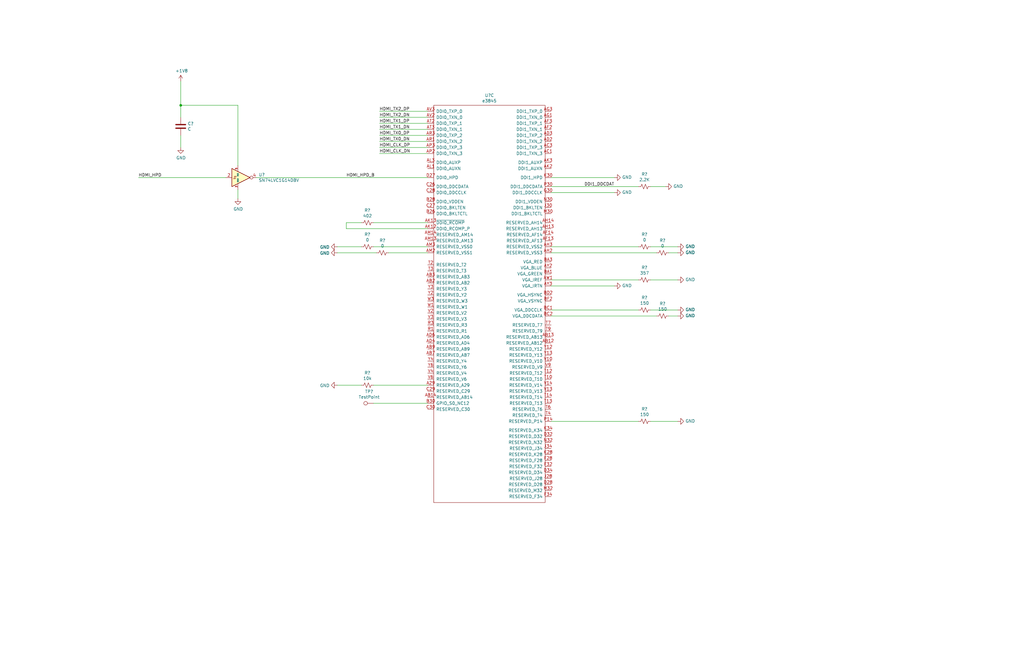
<source format=kicad_sch>
(kicad_sch (version 20231120) (generator "eeschema") (generator_version "8.0")
  (paper "B")
  (lib_symbols
    (symbol "Connector:TestPoint" (pin_numbers hide) (pin_names (offset 0.762) hide)
      (property "Reference" "TP" (at 0 6.858 0))
      (property "Value" "TestPoint" (at 0 5.08 0))
      (symbol "TestPoint_1_1"
        (pin passive line (at 0 0 90) (length 2.54) (name "1") (number "1"))
      )
    )
    (symbol "Device:C" (pin_numbers hide) (pin_names (offset 0.254))
      (property "Reference" "C" (at 0.635 2.54 0))
      (property "Value" "C" (at 0.635 -2.54 0))
      (symbol "C_1_1"
        (pin passive line (at 0 3.81 270) (length 2.794) (name "~") (number "1"))
        (pin passive line (at 0 -3.81 90) (length 2.794) (name "~") (number "2"))
      )
    )
    (symbol "Device:R_Small_US" (pin_numbers hide) (pin_names (offset 0.254) hide)
      (property "Reference" "R" (at 0.762 0.508 0))
      (property "Value" "R_Small_US" (at 0.762 -1.016 0))
      (symbol "R_Small_US_1_1"
        (pin passive line (at 0 2.54 270) (length 1.016) (name "~") (number "1"))
        (pin passive line (at 0 -2.54 90) (length 1.016) (name "~") (number "2"))
      )
    )
    (symbol "MinnowBoard_port-rescue:+1V8-power" (power) (pin_names (offset 0))
      (property "Value" "power_+1V8" (at 0 3.556 0))
      (symbol "+1V8-power_1_1"
        (pin power_in line (at 0 0 90) (length 0) hide (name "+1V8") (number "1"))
      )
    )
    (symbol "MinnowBoard_port-rescue:GND-power" (power) (pin_names (offset 0))
      (property "Value" "power_GND" (at 0 -3.81 0))
      (symbol "GND-power_1_1"
        (pin power_in line (at 0 0 270) (length 0) hide (name "GND") (number "1"))
      )
    )
    (symbol "MinnowBoard_port-rescue:SN74LVC1G14DBV-74xGxx"
      (property "Reference" "U" (at -2.54 5.08 0))
      (property "Value" "74xGxx_SN74LVC1G14DBV" (at 10.16 5.08 0))
      (symbol "SN74LVC1G14DBV-74xGxx_1_1"
        (pin no_connect line (at 5.08 0 180) (length 2.54) hide (name "NC") (number "1"))
        (pin input line (at -5.08 0 0) (length 2.54) (name "~") (number "2"))
        (pin power_in line (at 0 -5.08 90) (length 2.54) (name "GND") (number "3"))
        (pin output line (at 7.62 0 180) (length 1.27) (name "~") (number "4"))
        (pin power_in line (at 0 5.08 270) (length 2.54) (name "VCC") (number "5"))
      )
    )
    (symbol "intel_cpu:e3845" (pin_names (offset 1.016))
      (property "Reference" "U" (at 0 -1.27 0))
      (property "Value" "e3845" (at 0 -154.94 0))
      (symbol "e3845_1_1"
        (pin bidirectional line (at 22.86 -39.37 180) (length 2.54) (name "DRAM0_DQ_1313") (number "A33"))
        (pin bidirectional line (at 22.86 -34.29 180) (length 2.54) (name "DRAM0_DQ_1111") (number "A37"))
        (pin bidirectional line (at 22.86 -64.77 180) (length 2.54) (name "DRAM0_DQ_2424") (number "A41"))
        (pin bidirectional line (at 22.86 -69.85 180) (length 2.54) (name "DRAM0_DQ_2626") (number "A45"))
        (pin bidirectional line (at 22.86 -204.47 180) (length 2.54) (name "DRAM0_DQSN_77") (number "AA51"))
        (pin bidirectional line (at 22.86 -123.19 180) (length 2.54) (name "DARM0_DQ_4747") (number "AB40"))
        (pin input line (at -26.67 -148.59 0) (length 2.54) (name "DRAM_CORE_PWROK") (number "AB42"))
        (pin bidirectional line (at 22.86 -140.97 180) (length 2.54) (name "DRAM0_DQ_5454") (number "AB44"))
        (pin bidirectional line (at 22.86 -201.93 180) (length 2.54) (name "DRAM0_DQSP_77") (number "AB52"))
        (pin bidirectional line (at 22.86 -153.67 180) (length 2.54) (name "DRAM0_DQ_5959") (number "AC51"))
        (pin bidirectional line (at 22.86 -151.13 180) (length 2.54) (name "DRAM0_DQ_5858") (number "AC53"))
        (pin output line (at -25.4 -167.64 0) (length 2.54) (name "RESERVED_AD40") (number "AD40"))
        (pin output line (at -25.4 -170.18 0) (length 2.54) (name "RESERVED_AD41") (number "AD41"))
        (pin input line (at -26.67 -146.05 0) (length 2.54) (name "DRAM_VDD_S4_PWROK") (number "AD42"))
        (pin output line (at -25.4 -152.4 0) (length 2.54) (name "DRAM_RCOMP_00") (number "AD44"))
        (pin output line (at -25.4 -157.48 0) (length 2.54) (name "DRAM_RCOMP_22") (number "AD45"))
        (pin bidirectional line (at 22.86 -130.81 180) (length 2.54) (name "DRAM0_DQ_5050") (number "AD48"))
        (pin bidirectional line (at 22.86 -133.35 180) (length 2.54) (name "DRAM0_DQ_5151") (number "AD50"))
        (pin bidirectional line (at 22.86 -161.29 180) (length 2.54) (name "DRAM0_DQ_6262") (number "AD52"))
        (pin output line (at -25.4 -162.56 0) (length 2.54) (name "RESERVED_AF40") (number "AF40"))
        (pin output line (at -25.4 -165.1 0) (length 2.54) (name "RESERVED_AF41") (number "AF41"))
        (pin output line (at -26.67 -140.97 0) (length 2.54) (name "ICLK_DRAM_TERMN_AF42") (number "AF42"))
        (pin input line (at -25.4 -133.35 0) (length 2.54) (name "DRAM_VREF") (number "AF44"))
        (pin output line (at -25.4 -154.94 0) (length 2.54) (name "DRAM_RCOMP_11") (number "AF45"))
        (pin output line (at -26.67 -138.43 0) (length 2.54) (name "ICLK_DRAM_TERM_1") (number "AH42"))
        (pin bidirectional line (at 22.86 -26.67 180) (length 2.54) (name "DRAM0_DQ_88") (number "B32"))
        (pin bidirectional line (at 22.86 -173.99 180) (length 2.54) (name "DRAM0_DQSN_11") (number "B34"))
        (pin output line (at -25.4 -52.07 0) (length 2.54) (name "DRAM0_DM_11") (number "B36"))
        (pin bidirectional line (at 22.86 -44.45 180) (length 2.54) (name "DRAM0_DQ_1515") (number "B38"))
        (pin bidirectional line (at 22.86 -77.47 180) (length 2.54) (name "DRAM0_DQ_2929") (number "B40"))
        (pin output line (at -25.4 -57.15 0) (length 2.54) (name "DRAM0_DM_33") (number "B42"))
        (pin bidirectional line (at 22.86 -181.61 180) (length 2.54) (name "DRAM0_DQSP_33") (number "B44"))
        (pin bidirectional line (at 22.86 -72.39 180) (length 2.54) (name "DRAM0_DQ_2727") (number "B46"))
        (pin bidirectional line (at 22.86 -82.55 180) (length 2.54) (name "DRAM0_DQ_3131") (number "B47"))
        (pin bidirectional line (at 22.86 -80.01 180) (length 2.54) (name "DRAM0_DQ_3030") (number "B48"))
        (pin output line (at -25.4 -41.91 0) (length 2.54) (name "DRAM0_MA_1414") (number "B49"))
        (pin output line (at -25.4 -44.45 0) (length 2.54) (name "DRAM0_MA_1515") (number "B50"))
        (pin bidirectional line (at 22.86 -29.21 180) (length 2.54) (name "DRAM0_DQ09_C32") (number "C32"))
        (pin bidirectional line (at 22.86 -36.83 180) (length 2.54) (name "DRAM0_DQ_1212") (number "C33"))
        (pin bidirectional line (at 22.86 -171.45 180) (length 2.54) (name "DRAM0_DQSP_11") (number "C35"))
        (pin bidirectional line (at 22.86 -31.75 180) (length 2.54) (name "DRAM0_DQ_1010") (number "C36"))
        (pin bidirectional line (at 22.86 -41.91 180) (length 2.54) (name "DRAM0_DQ_1414") (number "C37"))
        (pin bidirectional line (at 22.86 -57.15 180) (length 2.54) (name "DRAM0_DQ_2121") (number "C38"))
        (pin bidirectional line (at 22.86 -74.93 180) (length 2.54) (name "DRAM0_DQ_2828") (number "C40"))
        (pin bidirectional line (at 22.86 -67.31 180) (length 2.54) (name "DRAM0_DQ_2525") (number "C41"))
        (pin bidirectional line (at 22.86 -184.15 180) (length 2.54) (name "DRAM0_DQSN_33") (number "C43"))
        (pin output line (at -25.4 -99.06 0) (length 2.54) (name "DRAM0_CKE_00") (number "C47"))
        (pin bidirectional line (at 22.86 -176.53 180) (length 2.54) (name "DRAM0_DQSP_22") (number "D40"))
        (pin bidirectional line (at 22.86 -62.23 180) (length 2.54) (name "DRAM0_DQ_2323") (number "D42"))
        (pin output line (at -25.4 -101.6 0) (length 2.54) (name "RESERVED_D48") (number "D48"))
        (pin output line (at -25.4 -24.13 0) (length 2.54) (name "DRAM0_MA_77") (number "D50"))
        (pin output line (at -25.4 -87.63 0) (length 2.54) (name "DRAM0_BS_22") (number "D52"))
        (pin output line (at -25.4 -106.68 0) (length 2.54) (name "RESERVED_E46") (number "E46"))
        (pin output line (at -25.4 -34.29 0) (length 2.54) (name "DRAM0_MA_1111") (number "E51"))
        (pin output line (at -25.4 -29.21 0) (length 2.54) (name "DRAM0_MA_99") (number "E52"))
        (pin bidirectional line (at 22.86 -46.99 180) (length 2.54) (name "DRAM0_DQ_1616") (number "F36"))
        (pin output line (at -25.4 -54.61 0) (length 2.54) (name "DRAM0_DM_22") (number "F38"))
        (pin bidirectional line (at 22.86 -179.07 180) (length 2.54) (name "DRAM0_DQSN_22") (number "F40"))
        (pin bidirectional line (at 22.86 -52.07 180) (length 2.54) (name "DRAM0_DQ_1919") (number "F42"))
        (pin output line (at -25.4 -104.14 0) (length 2.54) (name "DRAM0_CKE_22") (number "F44"))
        (pin output line (at -25.4 -36.83 0) (length 2.54) (name "DRAM0_MA_1212") (number "F47"))
        (pin output line (at -25.4 -49.53 0) (length 2.54) (name "DRAM0_DM_00") (number "G36"))
        (pin bidirectional line (at 22.86 -49.53 180) (length 2.54) (name "DRAM0_DQ_1717") (number "G38"))
        (pin bidirectional line (at 22.86 -54.61 180) (length 2.54) (name "DRAM0_DQ_2020") (number "G40"))
        (pin bidirectional line (at 22.86 -59.69 180) (length 2.54) (name "DRAM0_DQ_2222") (number "G44"))
        (pin output line (at -25.4 -26.67 0) (length 2.54) (name "DRAM0_MA_88") (number "G52"))
        (pin output line (at -25.4 -19.05 0) (length 2.54) (name "DRAM0_MA_55") (number "G53"))
        (pin output line (at -25.4 -13.97 0) (length 2.54) (name "DRAM0_MA_33") (number "H44"))
        (pin output line (at -25.4 -8.89 0) (length 2.54) (name "DRAM0_MA_11") (number "H47"))
        (pin output line (at -25.4 -21.59 0) (length 2.54) (name "DRAM0_MA_66") (number "H49"))
        (pin output line (at -25.4 -16.51 0) (length 2.54) (name "DRAM0_MA_44") (number "H50"))
        (pin output line (at -25.4 -77.47 0) (length 2.54) (name "~{DRAM0_WE}") (number "H51"))
        (pin bidirectional line (at 22.86 -8.89 180) (length 2.54) (name "DRAM0_DQ_11") (number "J36"))
        (pin bidirectional line (at 22.86 -166.37 180) (length 2.54) (name "DRAM0_DQSP_00") (number "J38"))
        (pin output line (at -25.4 -39.37 0) (length 2.54) (name "DRAM0_MA_1313") (number "J51"))
        (pin bidirectional line (at 22.86 -168.91 180) (length 2.54) (name "DRAM0_DQSN_00") (number "K38"))
        (pin bidirectional line (at 22.86 -21.59 180) (length 2.54) (name "DRAM0_DQ_66") (number "K40"))
        (pin bidirectional line (at 22.86 -24.13 180) (length 2.54) (name "DRAM0_DQ_77") (number "K42"))
        (pin output line (at -25.4 -85.09 0) (length 2.54) (name "DRAM0_BS_11") (number "K44"))
        (pin output line (at -25.4 -6.35 0) (length 2.54) (name "DRAM0_MA_00") (number "K45"))
        (pin output line (at -25.4 -82.55 0) (length 2.54) (name "DRAM0_BS_00") (number "K47"))
        (pin output line (at -25.4 -31.75 0) (length 2.54) (name "DRAM0_MA_1010") (number "K48"))
        (pin bidirectional line (at 22.86 -87.63 180) (length 2.54) (name "DRAM0_DQ_3333") (number "K51"))
        (pin bidirectional line (at 22.86 -85.09 180) (length 2.54) (name "DRAM0_DQ_3232") (number "K52"))
        (pin output line (at -25.4 -11.43 0) (length 2.54) (name "DRAM0_MA_22") (number "L41"))
        (pin bidirectional line (at 22.86 -95.25 180) (length 2.54) (name "DRAM0_DQ_3636") (number "L51"))
        (pin bidirectional line (at 22.86 -97.79 180) (length 2.54) (name "DRAM0_DQ_3737") (number "L53"))
        (pin bidirectional line (at 22.86 -6.35 180) (length 2.54) (name "DRAM0_DQ_00") (number "M36"))
        (pin bidirectional line (at 22.86 -13.97 180) (length 2.54) (name "DRAM0_DQ_33") (number "M40"))
        (pin output line (at -25.4 -74.93 0) (length 2.54) (name "~{DRAM0_CAS}") (number "M44"))
        (pin output line (at -25.4 -72.39 0) (length 2.54) (name "~{DRAM0_RAS}") (number "M45"))
        (pin output line (at -25.4 -119.38 0) (length 2.54) (name "DRAM0_CKN_0") (number "M48"))
        (pin output line (at -25.4 -116.84 0) (length 2.54) (name "DRAM0_CKP_0") (number "M50"))
        (pin bidirectional line (at 22.86 -189.23 180) (length 2.54) (name "DRAM0_DQSN_44") (number "M52"))
        (pin bidirectional line (at 22.86 -19.05 180) (length 2.54) (name "DRAM0_DQ_55") (number "N36"))
        (pin bidirectional line (at 22.86 -186.69 180) (length 2.54) (name "DRAM0_DQSP_44") (number "N53"))
        (pin bidirectional line (at 22.86 -16.51 180) (length 2.54) (name "DRAM0_DQ_44") (number "P36"))
        (pin bidirectional line (at 22.86 -11.43 180) (length 2.54) (name "DRAM0_DQ_22") (number "P40"))
        (pin output line (at -25.4 -129.54 0) (length 2.54) (name "~{DRAM0_DRAMRST}") (number "P41"))
        (pin output line (at -25.4 -113.03 0) (length 2.54) (name "DRAM0_ODT_2") (number "P42"))
        (pin output line (at -25.4 -92.71 0) (length 2.54) (name "~{DRAM0_CS_0}") (number "P44"))
        (pin output line (at -25.4 -95.25 0) (length 2.54) (name "~{DRAM0_CS_2}") (number "P45"))
        (pin output line (at -25.4 -125.73 0) (length 2.54) (name "DRAM0_CKN_2") (number "P48"))
        (pin output line (at -25.4 -123.19 0) (length 2.54) (name "DRAM0_CKP_2") (number "P50"))
        (pin output line (at -25.4 -59.69 0) (length 2.54) (name "DRAM0_DM_44") (number "P51"))
        (pin bidirectional line (at 22.86 -100.33 180) (length 2.54) (name "DRAM0_DQ_3838") (number "R51"))
        (pin bidirectional line (at 22.86 -102.87 180) (length 2.54) (name "DRAM0_DQ_3939") (number "R53"))
        (pin output line (at -25.4 -110.49 0) (length 2.54) (name "DRAM0_ODT_0") (number "T41"))
        (pin bidirectional line (at 22.86 -191.77 180) (length 2.54) (name "DRAM0_DQSP_55") (number "T42"))
        (pin bidirectional line (at 22.86 -194.31 180) (length 2.54) (name "DRAM0_DQSN_55") (number "T44"))
        (pin bidirectional line (at 22.86 -107.95 180) (length 2.54) (name "DRAM0_DQ_4141") (number "T45"))
        (pin bidirectional line (at 22.86 -105.41 180) (length 2.54) (name "DRAM0_DQ_4040") (number "T47"))
        (pin bidirectional line (at 22.86 -115.57 180) (length 2.54) (name "DRAM0_DQ_4444") (number "T48"))
        (pin bidirectional line (at 22.86 -118.11 180) (length 2.54) (name "DRAM0_DQ_4545") (number "T50"))
        (pin bidirectional line (at 22.86 -92.71 180) (length 2.54) (name "DRAM0_DQ_3535") (number "T51"))
        (pin bidirectional line (at 22.86 -90.17 180) (length 2.54) (name "DRAM0_DQ_3434") (number "T52"))
        (pin bidirectional line (at 22.86 -113.03 180) (length 2.54) (name "DRAM0_DQ_4343") (number "V41"))
        (pin output line (at -25.4 -62.23 0) (length 2.54) (name "DRAM0_DM_55") (number "V42"))
        (pin bidirectional line (at 22.86 -125.73 180) (length 2.54) (name "DRAM0_DQ_4848") (number "V45"))
        (pin bidirectional line (at 22.86 -128.27 180) (length 2.54) (name "DRAM0_DQ_4949") (number "V47"))
        (pin bidirectional line (at 22.86 -135.89 180) (length 2.54) (name "DRAM0_DQ_5252") (number "V48"))
        (pin bidirectional line (at 22.86 -138.43 180) (length 2.54) (name "DRAM0_DQ_5353") (number "V50"))
        (pin bidirectional line (at 22.86 -146.05 180) (length 2.54) (name "DRAM0_DQ_5656") (number "V52"))
        (pin bidirectional line (at 22.86 -148.59 180) (length 2.54) (name "DRAM0_DQ_5757") (number "W51"))
        (pin bidirectional line (at 22.86 -156.21 180) (length 2.54) (name "DRAM0_DQ_6060") (number "W53"))
        (pin bidirectional line (at 22.86 -110.49 180) (length 2.54) (name "DRAM0_DQ_4242") (number "Y40"))
        (pin bidirectional line (at 22.86 -120.65 180) (length 2.54) (name "DRAM0_DQ_4646") (number "Y42"))
        (pin bidirectional line (at 22.86 -143.51 180) (length 2.54) (name "DRAM0_DQ_5555") (number "Y45"))
        (pin bidirectional line (at 22.86 -196.85 180) (length 2.54) (name "DRAM0_DQSP_66") (number "Y47"))
        (pin bidirectional line (at 22.86 -199.39 180) (length 2.54) (name "DRAM0_DQSN_66") (number "Y48"))
        (pin output line (at -25.4 -64.77 0) (length 2.54) (name "DRAM0_DM_66") (number "Y50"))
        (pin bidirectional line (at 22.86 -158.75 180) (length 2.54) (name "DRAM0_DQ_6161") (number "Y51"))
        (pin output line (at -25.4 -67.31 0) (length 2.54) (name "DRAM0_DM_77") (number "Y52"))
      )
      (symbol "e3845_2_1"
        (pin bidirectional line (at 26.67 -133.35 180) (length 2.54) (name "DRAM1_DQ_5050") (number "AF48"))
        (pin bidirectional line (at 26.67 -135.89 180) (length 2.54) (name "DRAM1_DQ_5151") (number "AF50"))
        (pin bidirectional line (at 26.67 -166.37 180) (length 2.54) (name "DRAM1_DQ_6363") (number "AF51"))
        (pin bidirectional line (at 26.67 -163.83 180) (length 2.54) (name "DRAM1_DQ_6262") (number "AF52"))
        (pin bidirectional line (at 26.67 -156.21 180) (length 2.54) (name "DRAM1_DQ_5959") (number "AG51"))
        (pin bidirectional line (at 26.67 -153.67 180) (length 2.54) (name "DRAM1_DQ_5858") (number "AG53"))
        (pin bidirectional line (at 26.67 -125.73 180) (length 2.54) (name "DRAM1_DQ_4747") (number "AH40"))
        (pin bidirectional line (at 26.67 -143.51 180) (length 2.54) (name "DRAM1_DQ_5454") (number "AH44"))
        (pin bidirectional line (at 26.67 -207.01 180) (length 2.54) (name "DRAM1_DQSP_77") (number "AH52"))
        (pin bidirectional line (at 26.67 -209.55 180) (length 2.54) (name "DRAM1_DQSN_77") (number "AJ51"))
        (pin bidirectional line (at 26.67 -113.03 180) (length 2.54) (name "DRAM1_DQ_4242") (number "AK40"))
        (pin bidirectional line (at 26.67 -123.19 180) (length 2.54) (name "DRAM1_DQ_4646") (number "AK42"))
        (pin bidirectional line (at 26.67 -146.05 180) (length 2.54) (name "DRAM1_DQ_5555") (number "AK45"))
        (pin bidirectional line (at 26.67 -201.93 180) (length 2.54) (name "DRAM1_DQSP_66") (number "AK47"))
        (pin bidirectional line (at 26.67 -204.47 180) (length 2.54) (name "DRAM1_DQSN_66") (number "AK48"))
        (pin output line (at -33.02 -64.77 0) (length 2.54) (name "DRAM1_DM_66") (number "AK50"))
        (pin bidirectional line (at 26.67 -161.29 180) (length 2.54) (name "DRAM1_DQ_6161") (number "AK51"))
        (pin output line (at -33.02 -67.31 0) (length 2.54) (name "DRAM1_DM_77") (number "AK52"))
        (pin bidirectional line (at 26.67 -151.13 180) (length 2.54) (name "DRAM1_DQ_5757") (number "AL51"))
        (pin bidirectional line (at 26.67 -158.75 180) (length 2.54) (name "DRAM1_DQ_6060") (number "AL53"))
        (pin bidirectional line (at 26.67 -115.57 180) (length 2.54) (name "DRAM1_DQ_4343") (number "AM41"))
        (pin output line (at -33.02 -62.23 0) (length 2.54) (name "DRAM1_DM_55") (number "AM42"))
        (pin bidirectional line (at 26.67 -128.27 180) (length 2.54) (name "DRAM1_DQ_4848") (number "AM45"))
        (pin bidirectional line (at 26.67 -130.81 180) (length 2.54) (name "DRAM1_DQ_4949") (number "AM47"))
        (pin bidirectional line (at 26.67 -138.43 180) (length 2.54) (name "DRAM1_DQ_5252") (number "AM48"))
        (pin bidirectional line (at 26.67 -140.97 180) (length 2.54) (name "DRAM1_DQ_5353") (number "AM50"))
        (pin bidirectional line (at 26.67 -148.59 180) (length 2.54) (name "DRAM1_DQ_5656") (number "AM52"))
        (pin output line (at -33.02 -110.49 0) (length 2.54) (name "DRAM1_ODT_0") (number "AP41"))
        (pin bidirectional line (at 26.67 -196.85 180) (length 2.54) (name "DRAM1_DQSP_55") (number "AP42"))
        (pin bidirectional line (at 26.67 -199.39 180) (length 2.54) (name "DRAM1_DQSN_55") (number "AP44"))
        (pin bidirectional line (at 26.67 -110.49 180) (length 2.54) (name "DRAM1_DQ_4141") (number "AP45"))
        (pin bidirectional line (at 26.67 -107.95 180) (length 2.54) (name "DRAM1_DQ_4040") (number "AP47"))
        (pin bidirectional line (at 26.67 -118.11 180) (length 2.54) (name "DRAM1_DQ_4444") (number "AP48"))
        (pin bidirectional line (at 26.67 -120.65 180) (length 2.54) (name "DRAM1_DQ_4545") (number "AP50"))
        (pin bidirectional line (at 26.67 -95.25 180) (length 2.54) (name "DRAM1_DQ_3535") (number "AP51"))
        (pin bidirectional line (at 26.67 -92.71 180) (length 2.54) (name "DRAM1_DQ_3434") (number "AP52"))
        (pin bidirectional line (at 26.67 -102.87 180) (length 2.54) (name "DRAM1_DQ_3838") (number "AR51"))
        (pin bidirectional line (at 26.67 -105.41 180) (length 2.54) (name "DRAM1_DQ_3939") (number "AR53"))
        (pin bidirectional line (at 26.67 -49.53 180) (length 2.54) (name "DRAM1_DQ_1717") (number "AT36"))
        (pin bidirectional line (at 26.67 -54.61 180) (length 2.54) (name "DRAM1_DQ_1919") (number "AT40"))
        (pin output line (at -33.02 -129.54 0) (length 2.54) (name "~{DRAM1_DRAMRST}") (number "AT41"))
        (pin output line (at -33.02 -113.03 0) (length 2.54) (name "DRAM1_ODT_2") (number "AT42"))
        (pin output line (at -33.02 -91.44 0) (length 2.54) (name "~{DRAM1_CS_0}") (number "AT44"))
        (pin output line (at -33.02 -95.25 0) (length 2.54) (name "~{DRAM1_CS_2}") (number "AT45"))
        (pin output line (at -33.02 -125.73 0) (length 2.54) (name "DRAM1_CKN_2") (number "AT48"))
        (pin output line (at -33.02 -123.19 0) (length 2.54) (name "DRAM1_CKP_2") (number "AT50"))
        (pin output line (at -33.02 -59.69 0) (length 2.54) (name "DRAM1_DM_44") (number "AT51"))
        (pin bidirectional line (at 26.67 -46.99 180) (length 2.54) (name "DRAM1_DQ_1616") (number "AU36"))
        (pin bidirectional line (at 26.67 -191.77 180) (length 2.54) (name "DRAM1_DQSP_44") (number "AU53"))
        (pin bidirectional line (at 26.67 -59.69 180) (length 2.54) (name "DRAM1_DQ_2121") (number "AV36"))
        (pin bidirectional line (at 26.67 -52.07 180) (length 2.54) (name "DRAM1_DQ_1818") (number "AV40"))
        (pin output line (at -33.02 -74.93 0) (length 2.54) (name "~{DRAM1_CAS}") (number "AV44"))
        (pin output line (at -33.02 -72.39 0) (length 2.54) (name "~{DRAM1_RAS}") (number "AV45"))
        (pin output line (at -33.02 -119.38 0) (length 2.54) (name "DRAM1_CKN_0") (number "AV48"))
        (pin output line (at -33.02 -116.84 0) (length 2.54) (name "DRAM1_CKP_0") (number "AV50"))
        (pin bidirectional line (at 26.67 -194.31 180) (length 2.54) (name "DRAM1_DQSN_44") (number "AV53"))
        (pin output line (at -33.02 -11.43 0) (length 2.54) (name "DRAM1_MA_22") (number "AW41"))
        (pin bidirectional line (at 26.67 -97.79 180) (length 2.54) (name "DRAM1_DQ_3636") (number "AW51"))
        (pin bidirectional line (at 26.67 -100.33 180) (length 2.54) (name "DRAM1_DQ_3737") (number "AW53"))
        (pin bidirectional line (at 26.67 -184.15 180) (length 2.54) (name "DRAM1_DQSN_22") (number "AY38"))
        (pin bidirectional line (at 26.67 -64.77 180) (length 2.54) (name "DRAM1_DQ_2323") (number "AY40"))
        (pin bidirectional line (at 26.67 -62.23 180) (length 2.54) (name "DRAM1_DQ_2222") (number "AY42"))
        (pin output line (at -33.02 -85.09 0) (length 2.54) (name "DRAM1_BS_11") (number "AY44"))
        (pin output line (at -33.02 -6.35 0) (length 2.54) (name "DRAM1_MA_00") (number "AY45"))
        (pin output line (at -33.02 -82.55 0) (length 2.54) (name "DRAM1_BS_00") (number "AY47"))
        (pin output line (at -33.02 -31.75 0) (length 2.54) (name "DRAM1_MA_1010") (number "AY48"))
        (pin bidirectional line (at 26.67 -90.17 180) (length 2.54) (name "DRAM1_DQ_3333") (number "AY51"))
        (pin bidirectional line (at 26.67 -87.63 180) (length 2.54) (name "DRAM1_DQ_3232") (number "AY52"))
        (pin bidirectional line (at 26.67 -57.15 180) (length 2.54) (name "DRAM1_DQ_2020") (number "BA36"))
        (pin bidirectional line (at 26.67 -181.61 180) (length 2.54) (name "DRAM1_DQSP_22") (number "BA38"))
        (pin bidirectional line (at 26.67 -11.43 180) (length 2.54) (name "DRAM1_DQ_22") (number "BA42"))
        (pin output line (at -33.02 -39.37 0) (length 2.54) (name "DRAM1_MA_1313") (number "BA51"))
        (pin output line (at -33.02 -13.97 0) (length 2.54) (name "DRAM1_MA_33") (number "BB44"))
        (pin output line (at -33.02 -8.89 0) (length 2.54) (name "DRAM1_MA_11") (number "BB47"))
        (pin output line (at -33.02 -21.59 0) (length 2.54) (name "DRAM1_MA_66") (number "BB49"))
        (pin output line (at -33.02 -16.51 0) (length 2.54) (name "DRAM1_MA_44") (number "BB50"))
        (pin output line (at -33.02 -77.47 0) (length 2.54) (name "~{DRAM1_WE}") (number "BB51"))
        (pin output line (at -33.02 -54.61 0) (length 2.54) (name "DRAM1_DM_22") (number "BC36"))
        (pin bidirectional line (at 26.67 -16.51 180) (length 2.54) (name "DRAM1_DQ_44") (number "BC38"))
        (pin bidirectional line (at 26.67 -8.89 180) (length 2.54) (name "DRAM1_DQ_11") (number "BC40"))
        (pin bidirectional line (at 26.67 -24.13 180) (length 2.54) (name "DRAM1_DQ_77") (number "BC44"))
        (pin output line (at -33.02 -26.67 0) (length 2.54) (name "DRAM1_MA_88") (number "BC52"))
        (pin output line (at -33.02 -19.05 0) (length 2.54) (name "DRAM1_MA_55") (number "BC53"))
        (pin bidirectional line (at 26.67 -19.05 180) (length 2.54) (name "DRAM1_DQ_55") (number "BD36"))
        (pin output line (at -33.02 -49.53 0) (length 2.54) (name "DRAM1_DM_00") (number "BD38"))
        (pin bidirectional line (at 26.67 -173.99 180) (length 2.54) (name "DRAM1_DQSN_00") (number "BD40"))
        (pin bidirectional line (at 26.67 -13.97 180) (length 2.54) (name "DRAM1_DQ_33") (number "BD42"))
        (pin output line (at -33.02 -104.14 0) (length 2.54) (name "DRAM1_CKE_22") (number "BD44"))
        (pin output line (at -33.02 -36.83 0) (length 2.54) (name "DRAM1_MA_1212") (number "BD47"))
        (pin output line (at -33.02 -101.6 0) (length 2.54) (name "RESERVED_BE46") (number "BE46"))
        (pin output line (at -33.02 -34.29 0) (length 2.54) (name "DRAM1_MA_1111") (number "BE51"))
        (pin output line (at -33.02 -29.21 0) (length 2.54) (name "DRAM1_MA_99") (number "BE52"))
        (pin bidirectional line (at 26.67 -171.45 180) (length 2.54) (name "DRAM1_DQSP_00") (number "BF40"))
        (pin bidirectional line (at 26.67 -21.59 180) (length 2.54) (name "DRAM1_DQ_66") (number "BF42"))
        (pin output line (at -33.02 -106.68 0) (length 2.54) (name "RESERVED_BF48") (number "BF48"))
        (pin output line (at -33.02 -24.13 0) (length 2.54) (name "DRAM1_MA_77") (number "BF50"))
        (pin output line (at -33.02 -87.63 0) (length 2.54) (name "DRAM1_BS_22") (number "BF52"))
        (pin bidirectional line (at 26.67 -29.21 180) (length 2.54) (name "DRAM1_DQ_99") (number "BG32"))
        (pin bidirectional line (at 26.67 -36.83 180) (length 2.54) (name "DRAM1_DQ_1212") (number "BG33"))
        (pin bidirectional line (at 26.67 -176.53 180) (length 2.54) (name "DRAM1_DQSP_11") (number "BG35"))
        (pin bidirectional line (at 26.67 -31.75 180) (length 2.54) (name "DRAM1_DQ_1010") (number "BG36"))
        (pin bidirectional line (at 26.67 -41.91 180) (length 2.54) (name "DRAM1_DQ_1414") (number "BG37"))
        (pin bidirectional line (at 26.67 -6.35 180) (length 2.54) (name "DRAM1_DQ_00") (number "BG38"))
        (pin bidirectional line (at 26.67 -77.47 180) (length 2.54) (name "DRAM1_DQ_2828") (number "BG40"))
        (pin bidirectional line (at 26.67 -69.85 180) (length 2.54) (name "DRAM1_DQ_2525") (number "BG41"))
        (pin bidirectional line (at 26.67 -189.23 180) (length 2.54) (name "DRAM1_DQSN_33") (number "BG43"))
        (pin output line (at -33.02 -99.06 0) (length 2.54) (name "DRAM1_CKE_00") (number "BG47"))
        (pin bidirectional line (at 26.67 -26.67 180) (length 2.54) (name "DRAM1_DQ_88") (number "BH32"))
        (pin bidirectional line (at 26.67 -179.07 180) (length 2.54) (name "DRAM1_DQSN_11") (number "BH34"))
        (pin output line (at -33.02 -52.07 0) (length 2.54) (name "DRAM1_DM_11") (number "BH36"))
        (pin bidirectional line (at 26.67 -44.45 180) (length 2.54) (name "DRAM1_DQ_1515") (number "BH38"))
        (pin bidirectional line (at 26.67 -80.01 180) (length 2.54) (name "DRAM1_DQ_2929") (number "BH40"))
        (pin output line (at -33.02 -57.15 0) (length 2.54) (name "DRAM1_DM_33") (number "BH42"))
        (pin bidirectional line (at 26.67 -186.69 180) (length 2.54) (name "DRAM1_DQSP_33") (number "BH44"))
        (pin bidirectional line (at 26.67 -74.93 180) (length 2.54) (name "DRAM1_DQ_2727") (number "BH46"))
        (pin bidirectional line (at 26.67 -85.09 180) (length 2.54) (name "DRAM1_DQ_3131") (number "BH47"))
        (pin bidirectional line (at 26.67 -82.55 180) (length 2.54) (name "DRAM1_DQ_3030") (number "BH48"))
        (pin output line (at -33.02 -41.91 0) (length 2.54) (name "DRAM1_MA_1414") (number "BH49"))
        (pin output line (at -33.02 -44.45 0) (length 2.54) (name "DRAM1_MA_1515") (number "BH50"))
        (pin bidirectional line (at 26.67 -39.37 180) (length 2.54) (name "DRAM1_DQ_1313") (number "BJ33"))
        (pin bidirectional line (at 26.67 -34.29 180) (length 2.54) (name "DRAM1_DQ_1111") (number "BJ37"))
        (pin bidirectional line (at 26.67 -67.31 180) (length 2.54) (name "DRAM1_DQ_2424") (number "BJ41"))
        (pin bidirectional line (at 26.67 -72.39 180) (length 2.54) (name "DRAM1_DQ_2626") (number "BJ45"))
      )
      (symbol "e3845_3_1"
        (pin input line (at -25.4 -120.65 0) (length 2.54) (name "RESERVED_A29") (number "A29"))
        (pin input line (at 26.67 -102.87 180) (length 2.54) (name "RESERVED_AB12") (number "AB12"))
        (pin input line (at 26.67 -100.33 180) (length 2.54) (name "RESERVED_AB13") (number "AB13"))
        (pin input line (at -25.4 -125.73 0) (length 2.54) (name "RESERVED_AB14") (number "AB14"))
        (pin input line (at -25.4 -77.47 0) (length 2.54) (name "RESERVED_AB2") (number "AB2"))
        (pin input line (at -25.4 -74.93 0) (length 2.54) (name "RESERVED_AB3") (number "AB3"))
        (pin input line (at -25.4 -107.95 0) (length 2.54) (name "RESERVED_AB7") (number "AB7"))
        (pin input line (at -25.4 -105.41 0) (length 2.54) (name "RESERVED_AB9") (number "AB9"))
        (pin output line (at 26.67 -22.86 180) (length 2.54) (name "DDI1_TXN_3") (number "AC1"))
        (pin output line (at 26.67 -20.32 180) (length 2.54) (name "DDI1_TXP_3") (number "AC3"))
        (pin output line (at 26.67 -17.78 180) (length 2.54) (name "DDI1_TXN_2") (number "AD2"))
        (pin output line (at 26.67 -15.24 180) (length 2.54) (name "DDI1_TXP_2") (number "AD3"))
        (pin input line (at -25.4 -102.87 0) (length 2.54) (name "RESERVED_AD4") (number "AD4"))
        (pin input line (at -25.4 -100.33 0) (length 2.54) (name "RESERVED_AD6") (number "AD6"))
        (pin input line (at 26.67 -59.69 180) (length 2.54) (name "RESERVED_AF13") (number "AF13"))
        (pin input line (at 26.67 -57.15 180) (length 2.54) (name "RESERVED_AF14") (number "AF14"))
        (pin output line (at 26.67 -12.7 180) (length 2.54) (name "DDI1_TXN_1") (number "AF2"))
        (pin output line (at 26.67 -10.16 180) (length 2.54) (name "DDI1_TXP_1") (number "AF3"))
        (pin output line (at 26.67 -7.62 180) (length 2.54) (name "DDI1_TXN_0") (number "AG1"))
        (pin output line (at 26.67 -5.08 180) (length 2.54) (name "DDI1_TXP_0") (number "AG3"))
        (pin input line (at 26.67 -54.61 180) (length 2.54) (name "RESERVED_AH13") (number "AH13"))
        (pin input line (at 26.67 -52.07 180) (length 2.54) (name "RESERVED_AH14") (number "AH14"))
        (pin input line (at 26.67 -64.77 180) (length 2.54) (name "RESERVED_VSS3") (number "AH2"))
        (pin input line (at 26.67 -62.23 180) (length 2.54) (name "RESERVED_VSS2") (number "AH3"))
        (pin input line (at -25.4 -54.61 0) (length 2.54) (name "DDI0_RCOMP_P") (number "AK12"))
        (pin input line (at -25.4 -52.07 0) (length 2.54) (name "~{DDI0_RCOMP}") (number "AK13"))
        (pin bidirectional line (at 26.67 -29.21 180) (length 2.54) (name "DDI1_AUXN") (number "AK2"))
        (pin bidirectional line (at 26.67 -26.67 180) (length 2.54) (name "DDI1_AUXP") (number "AK3"))
        (pin bidirectional line (at -25.4 -29.21 0) (length 2.54) (name "DDI0_AUXN") (number "AL1"))
        (pin bidirectional line (at -25.4 -26.67 0) (length 2.54) (name "DDI0_AUXP") (number "AL3"))
        (pin input line (at -25.4 -59.69 0) (length 2.54) (name "RESERVED_AM13") (number "AM13"))
        (pin input line (at -25.4 -57.15 0) (length 2.54) (name "RESERVED_AM14") (number "AM14"))
        (pin input line (at -25.4 -64.77 0) (length 2.54) (name "RESERVED_VSS1") (number "AM2"))
        (pin input line (at -25.4 -62.23 0) (length 2.54) (name "RESERVED_VSS0") (number "AM3"))
        (pin output line (at -25.4 -22.86 0) (length 2.54) (name "DDI0_TXN_3") (number "AP2"))
        (pin output line (at -25.4 -20.32 0) (length 2.54) (name "DDI0_TXP_3") (number "AP3"))
        (pin output line (at -25.4 -17.78 0) (length 2.54) (name "DDI0_TXN_2") (number "AR1"))
        (pin output line (at -25.4 -15.24 0) (length 2.54) (name "DDI0_TXP_2") (number "AR3"))
        (pin output line (at -25.4 -10.16 0) (length 2.54) (name "DDI0_TXP_1") (number "AT2"))
        (pin output line (at -25.4 -12.7 0) (length 2.54) (name "DDI0_TXN_1") (number "AT3"))
        (pin output line (at -25.4 -7.62 0) (length 2.54) (name "DDI0_TXN_0") (number "AV2"))
        (pin output line (at -25.4 -5.08 0) (length 2.54) (name "DDI0_TXP_0") (number "AV3"))
        (pin input line (at 26.67 -76.2 180) (length 2.54) (name "VGA_IREF") (number "AW1"))
        (pin output line (at 26.67 -71.12 180) (length 2.54) (name "VGA_BLUE") (number "AY2"))
        (pin input line (at 26.67 -78.74 180) (length 2.54) (name "VGA_IRTN") (number "AY3"))
        (pin output line (at -25.4 -48.26 0) (length 2.54) (name "DDI0_BKLTCTL") (number "B26"))
        (pin output line (at -25.4 -43.18 0) (length 2.54) (name "DDI0_VDDEN") (number "B28"))
        (pin input line (at -25.4 -128.27 0) (length 2.54) (name "GPIO_S0_NC12") (number "B30"))
        (pin output line (at 26.67 -73.66 180) (length 2.54) (name "VGA_GREEN") (number "BA1"))
        (pin output line (at 26.67 -68.58 180) (length 2.54) (name "VGA_RED") (number "BA3"))
        (pin bidirectional line (at 26.67 -88.9 180) (length 2.54) (name "VGA_DDCCLK") (number "BC1"))
        (pin bidirectional line (at 26.67 -91.44 180) (length 2.54) (name "VGA_DDCDATA") (number "BC2"))
        (pin output line (at 26.67 -82.55 180) (length 2.54) (name "VGA_HSYNC") (number "BD2"))
        (pin output line (at 26.67 -85.09 180) (length 2.54) (name "VGA_VSYNC") (number "BF2"))
        (pin bidirectional line (at -25.4 -36.83 0) (length 2.54) (name "DDI0_DDCDATA") (number "C26"))
        (pin output line (at -25.4 -45.72 0) (length 2.54) (name "DDI0_BKLTEN") (number "C27"))
        (pin input line (at -25.4 -39.37 0) (length 2.54) (name "DDI0_DDCCLK") (number "C28"))
        (pin input line (at -25.4 -123.19 0) (length 2.54) (name "RESERVED_C29") (number "C29"))
        (pin input line (at -25.4 -130.81 0) (length 2.54) (name "RESERVED_C30") (number "C30"))
        (pin input line (at -25.4 -33.02 0) (length 2.54) (name "DDI0_HPD") (number "D27"))
        (pin input line (at 26.67 -162.56 180) (length 2.54) (name "RESERVED_D28") (number "D28"))
        (pin input line (at 26.67 -142.24 180) (length 2.54) (name "RESERVED_D32") (number "D32"))
        (pin input line (at 26.67 -157.48 180) (length 2.54) (name "RESERVED_D34") (number "D34"))
        (pin input line (at 26.67 -152.4 180) (length 2.54) (name "RESERVED_F28") (number "F28"))
        (pin input line (at 26.67 -154.94 180) (length 2.54) (name "RESERVED_F32") (number "F32"))
        (pin input line (at 26.67 -167.64 180) (length 2.54) (name "RESERVED_F34") (number "F34"))
        (pin bidirectional line (at 26.67 -39.37 180) (length 2.54) (name "DDI1_DDCCLK") (number "G30"))
        (pin input line (at 26.67 -160.02 180) (length 2.54) (name "RESERVED_J28") (number "J28"))
        (pin output line (at 26.67 -45.72 180) (length 2.54) (name "DDI1_BKLTEN") (number "J30"))
        (pin input line (at 26.67 -147.32 180) (length 2.54) (name "RESERVED_J34") (number "J34"))
        (pin input line (at 26.67 -149.86 180) (length 2.54) (name "RESERVED_K28") (number "K28"))
        (pin input line (at 26.67 -33.02 180) (length 2.54) (name "DDI1_HPD") (number "K30"))
        (pin input line (at 26.67 -139.7 180) (length 2.54) (name "RESERVED_K34") (number "K34"))
        (pin output line (at 26.67 -48.26 180) (length 2.54) (name "DDI1_BKLTCTL") (number "M30"))
        (pin input line (at 26.67 -165.1 180) (length 2.54) (name "RESERVED_M32") (number "M32"))
        (pin output line (at 26.67 -43.18 180) (length 2.54) (name "DDI1_VDDEN") (number "N30"))
        (pin input line (at 26.67 -144.78 180) (length 2.54) (name "RESERVED_N32") (number "N32"))
        (pin input line (at 26.67 -135.89 180) (length 2.54) (name "RESERVED_P14") (number "P14"))
        (pin bidirectional line (at 26.67 -36.83 180) (length 2.54) (name "DDI1_DDCDATA") (number "P30"))
        (pin input line (at -25.4 -97.79 0) (length 2.54) (name "RESERVED_R1") (number "R1"))
        (pin input line (at -25.4 -95.25 0) (length 2.54) (name "RESERVED_R3") (number "R3"))
        (pin input line (at 26.67 -118.11 180) (length 2.54) (name "RESERVED_T10") (number "T10"))
        (pin input line (at 26.67 -115.57 180) (length 2.54) (name "RESERVED_T12") (number "T12"))
        (pin input line (at 26.67 -128.27 180) (length 2.54) (name "RESERVED_T13") (number "T13"))
        (pin input line (at 26.67 -125.73 180) (length 2.54) (name "RESERVED_T14") (number "T14"))
        (pin input line (at -25.4 -69.85 0) (length 2.54) (name "RESERVED_T2") (number "T2"))
        (pin input line (at -25.4 -72.39 0) (length 2.54) (name "RESERVED_T3") (number "T3"))
        (pin input line (at 26.67 -133.35 180) (length 2.54) (name "RESERVED_T4") (number "T4"))
        (pin input line (at 26.67 -130.81 180) (length 2.54) (name "RESERVED_T6") (number "T6"))
        (pin input line (at 26.67 -95.25 180) (length 2.54) (name "RESERVED_T7") (number "T7"))
        (pin input line (at 26.67 -97.79 180) (length 2.54) (name "RESERVED_T9") (number "T9"))
        (pin input line (at 26.67 -110.49 180) (length 2.54) (name "RESERVED_V10") (number "V10"))
        (pin input line (at 26.67 -123.19 180) (length 2.54) (name "RESERVED_V13") (number "V13"))
        (pin input line (at 26.67 -120.65 180) (length 2.54) (name "RESERVED_V14") (number "V14"))
        (pin input line (at -25.4 -90.17 0) (length 2.54) (name "RESERVED_V2") (number "V2"))
        (pin input line (at -25.4 -92.71 0) (length 2.54) (name "RESERVED_V3") (number "V3"))
        (pin input line (at -25.4 -115.57 0) (length 2.54) (name "RESERVED_V4") (number "V4"))
        (pin input line (at -25.4 -118.11 0) (length 2.54) (name "RESERVED_V6") (number "V6"))
        (pin input line (at 26.67 -113.03 180) (length 2.54) (name "RESERVED_V9") (number "V9"))
        (pin input line (at -25.4 -87.63 0) (length 2.54) (name "RESERVED_W1") (number "W1"))
        (pin input line (at -25.4 -85.09 0) (length 2.54) (name "RESERVED_W3") (number "W3"))
        (pin input line (at 26.67 -105.41 180) (length 2.54) (name "RESERVED_Y12") (number "Y12"))
        (pin input line (at 26.67 -107.95 180) (length 2.54) (name "RESERVED_Y13") (number "Y13"))
        (pin input line (at -25.4 -82.55 0) (length 2.54) (name "RESERVED_Y2") (number "Y2"))
        (pin input line (at -25.4 -80.01 0) (length 2.54) (name "RESERVED_Y3") (number "Y3"))
        (pin input line (at -25.4 -110.49 0) (length 2.54) (name "RESERVED_Y4") (number "Y4"))
        (pin input line (at -25.4 -113.03 0) (length 2.54) (name "RESERVED_Y6") (number "Y6"))
      )
      (symbol "e3845_4_1"
        (pin input line (at 29.21 -142.24 180) (length 2.54) (name "RESERVED_AK7") (number "AK7"))
        (pin input line (at 29.21 -139.7 180) (length 2.54) (name "RESERVED_AK9") (number "AK9"))
        (pin input line (at 29.21 -44.45 180) (length 2.54) (name "PCIE_RXN_2") (number "AP10"))
        (pin input line (at 29.21 -41.91 180) (length 2.54) (name "PCIE_RXP_2") (number "AP12"))
        (pin input line (at 29.21 -83.82 180) (length 2.54) (name "PCIE_RCOMP_N_AP13_AP13") (number "AP13"))
        (pin input line (at 29.21 -81.28 180) (length 2.54) (name "PCIE_RCOMP_P_AP14_AP14") (number "AP14"))
        (pin output line (at 29.21 -48.26 180) (length 2.54) (name "PCIE_TXP_3") (number "AP6"))
        (pin input line (at 29.21 -57.15 180) (length 2.54) (name "PCIE_RXN_3") (number "AP7"))
        (pin output line (at 29.21 -50.8 180) (length 2.54) (name "PCIE_TXN_3") (number "AP7"))
        (pin input line (at 29.21 -54.61 180) (length 2.54) (name "PCIE_RXP_3") (number "AP9"))
        (pin input line (at 29.21 -29.21 180) (length 2.54) (name "PCIE_RXP_1") (number "AT10"))
        (pin input line (at 29.21 -19.05 180) (length 2.54) (name "PCIE_RXN_0") (number "AT13"))
        (pin input line (at 29.21 -16.51 180) (length 2.54) (name "PCIE_RXP_0") (number "AT14"))
        (pin bidirectional line (at -25.4 -60.96 0) (length 2.54) (name "MMC1_D3") (number "AT20"))
        (pin output line (at -25.4 -49.53 0) (length 2.54) (name "MMC1_CLK") (number "AT22"))
        (pin bidirectional line (at -25.4 -68.58 0) (length 2.54) (name "MCC1_D6") (number "AT26"))
        (pin bidirectional line (at -25.4 -104.14 0) (length 2.54) (name "SD3_D0") (number "AT28"))
        (pin output line (at 29.21 -38.1 180) (length 2.54) (name "PCIE_TXN_2") (number "AT6"))
        (pin output line (at 29.21 -35.56 180) (length 2.54) (name "PCIE_TXP_2") (number "AT7"))
        (pin input line (at 29.21 -31.75 180) (length 2.54) (name "PCIE_RXN_1") (number "AT9"))
        (pin input line (at -25.4 -15.24 0) (length 2.54) (name "SATA_RXP_0") (number "AU16"))
        (pin bidirectional line (at -25.4 -71.12 0) (length 2.54) (name "MCC1_D7") (number "AU20"))
        (pin bidirectional line (at -25.4 -55.88 0) (length 2.54) (name "MMC1_D1") (number "AU22"))
        (pin bidirectional line (at -25.4 -66.04 0) (length 2.54) (name "MCC1_D5") (number "AU26"))
        (pin bidirectional line (at -25.4 -109.22 0) (length 2.54) (name "SD3_D2") (number "AU28"))
        (pin input line (at 29.21 -92.71 180) (length 2.54) (name "RESERVED_AV10") (number "AV10"))
        (pin input line (at -25.4 -17.78 0) (length 2.54) (name "SATA_RXN_0") (number "AV16"))
        (pin bidirectional line (at -25.4 -53.34 0) (length 2.54) (name "MCC1_D0") (number "AV20"))
        (pin bidirectional line (at -25.4 -58.42 0) (length 2.54) (name "MMC1_D2") (number "AV22"))
        (pin bidirectional line (at -25.4 -74.93 0) (length 2.54) (name "MMC1_CMD") (number "AV26"))
        (pin bidirectional line (at -25.4 -116.84 0) (length 2.54) (name "SD3_CMD") (number "AV28"))
        (pin output line (at 29.21 -25.4 180) (length 2.54) (name "PCIE_TXN_1") (number "AV4"))
        (pin output line (at 29.21 -22.86 180) (length 2.54) (name "PCIE_TXP_1") (number "AV6"))
        (pin input line (at 29.21 -95.25 180) (length 2.54) (name "RESERVED_AV9") (number "AV9"))
        (pin output line (at -25.4 -45.72 0) (length 2.54) (name "~{SATA_LED}") (number "AY12"))
        (pin input line (at -25.4 -43.18 0) (length 2.54) (name "SATA_GP1") (number "AY14"))
        (pin input line (at -25.4 -27.94 0) (length 2.54) (name "SATA_RXP_1") (number "AY16"))
        (pin output line (at -25.4 -81.28 0) (length 2.54) (name "MMC1_RCOMP") (number "AY18"))
        (pin bidirectional line (at -25.4 -87.63 0) (length 2.54) (name "SD2_D0") (number "AY20"))
        (pin bidirectional line (at -25.4 -63.5 0) (length 2.54) (name "MMC1_D4") (number "AY24"))
        (pin output line (at -25.4 -101.6 0) (length 2.54) (name "SD3_CLK") (number "AY26"))
        (pin output line (at 29.21 -11.43 180) (length 2.54) (name "PCIE_TXN_0") (number "AY6"))
        (pin output line (at 29.21 -8.89 180) (length 2.54) (name "PCIE_TXP_0") (number "AY7"))
        (pin input line (at -25.4 -40.64 0) (length 2.54) (name "SATA_GP0") (number "BA12"))
        (pin input line (at -25.4 -30.48 0) (length 2.54) (name "SATA_RXN_1") (number "BA16"))
        (pin output line (at -25.4 -85.09 0) (length 2.54) (name "SD2_CLK") (number "BA18"))
        (pin bidirectional line (at -25.4 -92.71 0) (length 2.54) (name "SD2_D2") (number "BA20"))
        (pin output line (at -25.4 -77.47 0) (length 2.54) (name "MMC1_RST") (number "BA24"))
        (pin bidirectional line (at -25.4 -111.76 0) (length 2.54) (name "SD3_D3") (number "BA26"))
        (pin output line (at 29.21 -125.73 180) (length 2.54) (name "LPE_I2S2_FRM") (number "BA30"))
        (pin input line (at -25.4 -34.29 0) (length 2.54) (name "RESERVED_VSS4") (number "BB10"))
        (pin input line (at 29.21 -90.17 180) (length 2.54) (name "RESERVED_BB3") (number "BB3"))
        (pin input line (at 29.21 -87.63 180) (length 2.54) (name "RESERVED_BB4") (number "BB4"))
        (pin output line (at 29.21 -60.96 180) (length 2.54) (name "RESERVED_VSS6") (number "BB5"))
        (pin output line (at 29.21 -63.5 180) (length 2.54) (name "RESERVED_VSS7") (number "BB7"))
        (pin input line (at -25.4 -36.83 0) (length 2.54) (name "RESERVED_VSS5") (number "BC10"))
        (pin bidirectional line (at -25.4 -97.79 0) (length 2.54) (name "SD2_CMD") (number "BC18"))
        (pin input line (at -25.4 -114.3 0) (length 2.54) (name "SD3_CD#") (number "BC24"))
        (pin output line (at 29.21 -128.27 180) (length 2.54) (name "LPE_I2S2_DATAOUT") (number "BC30"))
        (pin output line (at -25.4 -21.59 0) (length 2.54) (name "SATA_TXP_1") (number "BD10"))
        (pin bidirectional line (at -25.4 -95.25 0) (length 2.54) (name "~{SD2_D3_CD}") (number "BD18"))
        (pin bidirectional line (at -25.4 -90.17 0) (length 2.54) (name "SD2_D1") (number "BD20"))
        (pin output line (at -25.4 -121.92 0) (length 2.54) (name "SD3_PWREN") (number "BD22"))
        (pin bidirectional line (at -25.4 -106.68 0) (length 2.54) (name "SD3_D1") (number "BD26"))
        (pin input line (at 29.21 -130.81 180) (length 2.54) (name "LPE_I2S2_DATAIN") (number "BD28"))
        (pin input line (at 29.21 -77.47 180) (length 2.54) (name "SD3_WP_BD5") (number "BD5"))
        (pin input line (at 29.21 -69.85 180) (length 2.54) (name "PCIE_CLKREQ_1") (number "BD7"))
        (pin input line (at 29.21 -74.93 180) (length 2.54) (name "PCIE_CLKREQ_3") (number "BE3"))
        (pin output line (at -25.4 -24.13 0) (length 2.54) (name "SATA_TXN_1") (number "BF10"))
        (pin input line (at 29.21 -99.06 180) (length 2.54) (name "HDA_LPE_RCOMP") (number "BF20"))
        (pin output line (at -25.4 -119.38 0) (length 2.54) (name "SD3_1P8EN") (number "BF22"))
        (pin output line (at -25.4 -125.73 0) (length 2.54) (name "SD3_RCOMP") (number "BF26"))
        (pin input line (at 29.21 -123.19 180) (length 2.54) (name "LPE_I2S2_CLK") (number "BF28"))
        (pin output line (at -25.4 -8.89 0) (length 2.54) (name "SATA_TXP_0") (number "BF6"))
        (pin bidirectional line (at 29.21 -119.38 180) (length 2.54) (name "GPIO_S0_SC_15") (number "BG18"))
        (pin input line (at 29.21 -111.76 180) (length 2.54) (name "HDA_SDI0") (number "BG19"))
        (pin input line (at 29.21 -109.22 180) (length 2.54) (name "HDA_SDO") (number "BG20"))
        (pin input line (at 29.21 -114.3 180) (length 2.54) (name "HDA_SDI1") (number "BG21"))
        (pin input line (at 29.21 -101.6 180) (length 2.54) (name "~{HDA_RST}") (number "BG22"))
        (pin input line (at 29.21 -67.31 180) (length 2.54) (name "PCIE_CLKREQ_0") (number "BG3"))
        (pin input line (at 29.21 -72.39 180) (length 2.54) (name "PCIE_CLKREQ_2") (number "BG5"))
        (pin output line (at -25.4 -11.43 0) (length 2.54) (name "SATA_TXN_0") (number "BG7"))
        (pin bidirectional line (at 29.21 -116.84 180) (length 2.54) (name "GPIO_S0_SC_14") (number "BH18"))
        (pin input line (at 29.21 -104.14 180) (length 2.54) (name "HDA_SYNC") (number "BH20"))
        (pin input line (at 29.21 -106.68 180) (length 2.54) (name "HDA_CLK") (number "BJ21"))
        (pin input line (at 29.21 -146.05 180) (length 2.54) (name "~{PROCHOT}") (number "C24"))
        (pin input line (at 29.21 -137.16 180) (length 2.54) (name "RESERVED_N34") (number "N34"))
        (pin input line (at 29.21 -134.62 180) (length 2.54) (name "RESERVED_P34") (number "P34"))
      )
      (symbol "e3845_5_1"
        (pin bidirectional line (at -27.94 -134.62 0) (length 2.54) (name "GPIO_S5_9") (number "A13"))
        (pin bidirectional line (at -27.94 -120.65 0) (length 2.54) (name "GPIO_S5_3") (number "A17"))
        (pin output line (at -27.94 -106.68 0) (length 2.54) (name "PCU_SPI_MOSI") (number "A21"))
        (pin bidirectional line (at 27.94 -93.98 180) (length 2.54) (name "SVID_DATA") (number "A25"))
        (pin output line (at 27.94 -83.82 180) (length 2.54) (name "ILB_RTC_X2") (number "A9"))
        (pin input line (at -27.94 -24.13 0) (length 2.54) (name "RESERVED_AD10") (number "AD10"))
        (pin input line (at -27.94 -26.67 0) (length 2.54) (name "RESERVED_AD12") (number "AD12"))
        (pin input line (at -27.94 -20.32 0) (length 2.54) (name "ICLK_RCOMP") (number "AD13"))
        (pin input line (at -27.94 -17.78 0) (length 2.54) (name "ICLK_ICOMP") (number "AD14"))
        (pin input line (at -27.94 -13.97 0) (length 2.54) (name "RESERVED_AD9") (number "AD9"))
        (pin output line (at -27.94 -33.02 0) (length 2.54) (name "PCIE_CLKP_00") (number "AF4"))
        (pin output line (at -27.94 -30.48 0) (length 2.54) (name "PCIE_CLKN_00") (number "AF6"))
        (pin output line (at -27.94 -38.1 0) (length 2.54) (name "PCIE_CLKP_11") (number "AF7"))
        (pin output line (at -27.94 -35.56 0) (length 2.54) (name "PCIE_CLKN_11") (number "AF9"))
        (pin output line (at -27.94 -10.16 0) (length 2.54) (name "ICLK_OSCOUT") (number "AH10"))
        (pin input line (at -27.94 -7.62 0) (length 2.54) (name "ICLK_OSCIN") (number "AH12"))
        (pin output line (at -27.94 -40.64 0) (length 2.54) (name "PCIE_CLKN_22") (number "AK4"))
        (pin output line (at -27.94 -43.18 0) (length 2.54) (name "PCIE_CLKP_22") (number "AK6"))
        (pin input line (at -27.94 -52.07 0) (length 2.54) (name "RESERVED_AM10") (number "AM10"))
        (pin output line (at -27.94 -45.72 0) (length 2.54) (name "PCIE_CLKN_33") (number "AM4"))
        (pin output line (at -27.94 -48.26 0) (length 2.54) (name "PCIE_CLKP_33") (number "AM6"))
        (pin input line (at -27.94 -54.61 0) (length 2.54) (name "RESERVED_AM9") (number "AM9"))
        (pin output line (at 27.94 -102.87 180) (length 2.54) (name "SIO_PWM_11") (number "AT32"))
        (pin input line (at -27.94 -95.25 0) (length 2.54) (name "RESERVED_AT34") (number "AT34"))
        (pin output line (at 27.94 -100.33 180) (length 2.54) (name "SIO_PWM_00") (number "AU32"))
        (pin input line (at 27.94 -7.62 180) (length 2.54) (name "SIO_UART1_RXD") (number "AU34"))
        (pin output line (at 27.94 -132.08 180) (length 2.54) (name "~{SIO_SPI_CS}") (number "AV32"))
        (pin output line (at 27.94 -10.16 180) (length 2.54) (name "SIO_UART1_TXD") (number "AV34"))
        (pin output line (at 27.94 -137.16 180) (length 2.54) (name "SIO_SPI_MOSI") (number "AY28"))
        (pin output line (at 27.94 -139.7 180) (length 2.54) (name "SIO_SPI_CLK") (number "AY30"))
        (pin input line (at 27.94 -15.24 180) (length 2.54) (name "~{SIO_UART1_CTS}") (number "AY34"))
        (pin input line (at 27.94 -73.66 180) (length 2.54) (name "~{PMC_RSMRST}") (number "B10"))
        (pin bidirectional line (at -27.94 -115.57 0) (length 2.54) (name "GPIO_S5_1") (number "B16"))
        (pin bidirectional line (at -27.94 -113.03 0) (length 2.54) (name "GPIO_S5_0") (number "B18"))
        (pin input line (at -27.94 -104.14 0) (length 2.54) (name "PCU_SPI_MISO") (number "B22"))
        (pin bidirectional line (at 27.94 -91.44 180) (length 2.54) (name "~{SVID_ALERT}") (number "B24"))
        (pin input line (at 27.94 -76.2 180) (length 2.54) (name "PMC_CORE_PWROK") (number "B7"))
        (pin output line (at 27.94 -86.36 180) (length 2.54) (name "ILB_RTC_EXTPAD") (number "B8"))
        (pin input line (at 27.94 -134.62 180) (length 2.54) (name "SIO_SPI_MISO") (number "BA28"))
        (pin output line (at 27.94 -12.7 180) (length 2.54) (name "~{SIO_UART1_RTS}") (number "BA34"))
        (pin output line (at 27.94 -24.13 180) (length 2.54) (name "~{SIO_UART2_RTS}") (number "BD32"))
        (pin output line (at 27.94 -21.59 180) (length 2.54) (name "SIO_UART2_TXD") (number "BD34"))
        (pin input line (at 27.94 -26.67 180) (length 2.54) (name "~{SIO_UART2_CTS}") (number "BF32"))
        (pin input line (at 27.94 -19.05 180) (length 2.54) (name "SIO_UART2_RXD") (number "BF34"))
        (pin input line (at 27.94 -55.88 180) (length 2.54) (name "~{PMC_RSTBTN}") (number "BG9"))
        (pin output line (at -27.94 -63.5 0) (length 2.54) (name "PCM_PLT_CLK_22") (number "BH4"))
        (pin output line (at -27.94 -60.96 0) (length 2.54) (name "PCM_PLT_CLK_11") (number "BH5"))
        (pin output line (at -27.94 -68.58 0) (length 2.54) (name "PCM_PLT_CLK_44") (number "BH6"))
        (pin output line (at -27.94 -58.42 0) (length 2.54) (name "PCM_PLT_CLK_00") (number "BH7"))
        (pin output line (at -27.94 -66.04 0) (length 2.54) (name "PCM_PLT_CLK_33") (number "BH8"))
        (pin output line (at -27.94 -71.12 0) (length 2.54) (name "PCM_PLT_CLK_55") (number "BJ9"))
        (pin input line (at 27.94 -68.58 180) (length 2.54) (name "~{ILB_RTC_TEST}") (number "C11"))
        (pin input line (at -27.94 -73.66 0) (length 2.54) (name "~{ILB_RTC_RST}") (number "C12"))
        (pin bidirectional line (at -27.94 -132.08 0) (length 2.54) (name "GPIO_S5_8") (number "C13"))
        (pin bidirectional line (at -27.94 -128.27 0) (length 2.54) (name "GPIO_S5_7") (number "C15"))
        (pin bidirectional line (at -27.94 -125.73 0) (length 2.54) (name "GPIO_S5_5") (number "C16"))
        (pin bidirectional line (at -27.94 -123.19 0) (length 2.54) (name "GPIO_S5_4") (number "C17"))
        (pin bidirectional line (at -27.94 -118.11 0) (length 2.54) (name "GPIO_S5_2") (number "C18"))
        (pin bidirectional line (at -27.94 -137.16 0) (length 2.54) (name "GPIO_S5_10") (number "C19"))
        (pin output line (at -27.94 -101.6 0) (length 2.54) (name "~{PCU_SPI_CS_11}") (number "C21"))
        (pin output line (at -27.94 -109.22 0) (length 2.54) (name "PCU_SPI_CLK") (number "C22"))
        (pin output line (at -27.94 -99.06 0) (length 2.54) (name "~{PCU_SPI_CS_00}") (number "C23"))
        (pin bidirectional line (at 27.94 -96.52 180) (length 2.54) (name "SVID_CLK") (number "C25"))
        (pin input line (at 27.94 -81.28 180) (length 2.54) (name "ILB_RTC_X1") (number "C9"))
        (pin input line (at -27.94 -77.47 0) (length 2.54) (name "TAP_TCK") (number "D14"))
        (pin output line (at -27.94 -90.17 0) (length 2.54) (name "~{TAP_PRDY}") (number "D18"))
        (pin input line (at 27.94 -45.72 180) (length 2.54) (name "PMC_ACPRESENT") (number "D20"))
        (pin output line (at 27.94 -40.64 180) (length 2.54) (name "~{PCM_SLP_S3}") (number "D22"))
        (pin output line (at 27.94 -30.48 180) (length 2.54) (name "PMC_SUSPWRDNACK") (number "D26"))
        (pin input line (at -27.94 -85.09 0) (length 2.54) (name "TAP_TDI") (number "F12"))
        (pin input line (at -27.94 -82.55 0) (length 2.54) (name "TAP_TMS") (number "F14"))
        (pin input line (at -27.94 -92.71 0) (length 2.54) (name "~{TAP_PREQ}") (number "F16"))
        (pin output line (at 27.94 -35.56 180) (length 2.54) (name "~{PCM_SLP_S0IX}") (number "F18"))
        (pin input line (at 27.94 -58.42 180) (length 2.54) (name "~{PMC_PLTRST}") (number "F20"))
        (pin output line (at 27.94 -38.1 180) (length 2.54) (name "~{PCM_SLP_S4}") (number "F22"))
        (pin input line (at 27.94 -48.26 180) (length 2.54) (name "~{PMC_AWAKE_PCIE_0}") (number "F26"))
        (pin input line (at -27.94 -80.01 0) (length 2.54) (name "~{TAP_TRST}") (number "G12"))
        (pin output line (at -27.94 -87.63 0) (length 2.54) (name "TAP_TDO") (number "G16"))
        (pin output line (at 27.94 -63.5 180) (length 2.54) (name "~{PMC_SUS_STAT}") (number "G18"))
        (pin output line (at 27.94 -33.02 180) (length 2.54) (name "PMC_SUSCLK0_G24") (number "G24"))
        (pin bidirectional line (at 27.94 -114.3 180) (length 2.54) (name "GPIO_S5_25") (number "J18"))
        (pin bidirectional line (at 27.94 -43.18 180) (length 2.54) (name "GPIO_S5_14") (number "J20"))
        (pin bidirectional line (at 27.94 -60.96 180) (length 2.54) (name "GPIO_S5_17") (number "J24"))
        (pin input line (at 27.94 -53.34 180) (length 2.54) (name "~{PMC_PWRBTN}") (number "J26"))
        (pin bidirectional line (at 27.94 -119.38 180) (length 2.54) (name "GPIO_S5_27") (number "K18"))
        (pin bidirectional line (at 27.94 -121.92 180) (length 2.54) (name "GPIO_S5_28") (number "K20"))
        (pin bidirectional line (at 27.94 -106.68 180) (length 2.54) (name "GPIO_S5_22") (number "K24"))
        (pin input line (at 27.94 -50.8 180) (length 2.54) (name "~{PMC_BATLOW}") (number "K26"))
        (pin bidirectional line (at 27.94 -116.84 180) (length 2.54) (name "GPIO_S5_26") (number "M18"))
        (pin bidirectional line (at 27.94 -111.76 180) (length 2.54) (name "GPIO_S5_24") (number "M20"))
        (pin bidirectional line (at 27.94 -124.46 180) (length 2.54) (name "GPIO_S5_29") (number "M22"))
        (pin bidirectional line (at 27.94 -127 180) (length 2.54) (name "GPIO_S5_30") (number "M24"))
        (pin bidirectional line (at 27.94 -109.22 180) (length 2.54) (name "GPIO_S5_23") (number "N24"))
        (pin input line (at -27.94 -140.97 0) (length 2.54) (name "GPIO_RCOMP") (number "N26"))
      )
      (symbol "e3845_6_1"
        (pin input line (at -25.4 -88.9 0) (length 2.54) (name "USB_HSIC_RCOMP") (number "A7"))
        (pin bidirectional line (at -25.4 -36.83 0) (length 2.54) (name "GPIO_S5_43") (number "B12"))
        (pin output line (at -25.4 -78.74 0) (length 2.54) (name "USB_HSIC0_DATA") (number "B4"))
        (pin output line (at -25.4 -81.28 0) (length 2.54) (name "USB_HSIC0_STROBE") (number "B5"))
        (pin bidirectional line (at 31.75 -59.69 180) (length 2.54) (name "GPIO_S0_SC_56") (number "BC12"))
        (pin bidirectional line (at 31.75 -64.77 180) (length 2.54) (name "GPIO_S0_SC_58") (number "BC14"))
        (pin bidirectional line (at 31.75 -72.39 180) (length 2.54) (name "GPIO_S0_SC_61") (number "BC16"))
        (pin bidirectional line (at 31.75 -57.15 180) (length 2.54) (name "GPIO_S0_SC_55") (number "BD12"))
        (pin bidirectional line (at 31.75 -62.23 180) (length 2.54) (name "GPIO_S0_SC_57") (number "BD14"))
        (pin bidirectional line (at 31.75 -69.85 180) (length 2.54) (name "GPIO_S0_SC_60") (number "BD16"))
        (pin bidirectional line (at 31.75 -67.31 180) (length 2.54) (name "GPIO_S0_SC_59") (number "BF14"))
        (pin input line (at -25.4 -91.44 0) (length 2.54) (name "LPC_RCOMP") (number "BF18"))
        (pin bidirectional line (at 31.75 -105.41 180) (length 2.54) (name "SIO_I2C4_DATA") (number "BF27"))
        (pin input line (at -25.4 -123.19 0) (length 2.54) (name "~{PCU_SMB_ALERT}") (number "BG11"))
        (pin bidirectional line (at -25.4 -118.11 0) (length 2.54) (name "PCU_SMB_DATA") (number "BG12"))
        (pin bidirectional line (at -25.4 -114.3 0) (length 2.54) (name "ILB_LPC_SERIRQ") (number "BG13"))
        (pin bidirectional line (at -25.4 -101.6 0) (length 2.54) (name "ILB_LPC_AD_33") (number "BG14"))
        (pin output line (at -25.4 -106.68 0) (length 2.54) (name "ILB_LPC_CLK_00") (number "BG15"))
        (pin bidirectional line (at -25.4 -111.76 0) (length 2.54) (name "~{ILB_LPC_CLKRUN}") (number "BG16"))
        (pin output line (at -25.4 -104.14 0) (length 2.54) (name "~{ILB_LPC_FRAME}") (number "BG17"))
        (pin bidirectional line (at 31.75 -82.55 180) (length 2.54) (name "SIO_I2C0_CLK") (number "BG23"))
        (pin bidirectional line (at 31.75 -86.36 180) (length 2.54) (name "SIO_I2C1_DATA") (number "BG24"))
        (pin bidirectional line (at 31.75 -92.71 180) (length 2.54) (name "SIO_I2C2_DATA") (number "BG25"))
        (pin bidirectional line (at 31.75 -99.06 180) (length 2.54) (name "SIO_I2C3_DATA") (number "BG26"))
        (pin bidirectional line (at 31.75 -107.95 180) (length 2.54) (name "SIO_I2C4_CLK") (number "BG27"))
        (pin bidirectional line (at 31.75 -114.3 180) (length 2.54) (name "SIO_I2C5_CLK") (number "BG28"))
        (pin bidirectional line (at 31.75 -120.65 180) (length 2.54) (name "SIO_I2C6_CLK") (number "BG29"))
        (pin bidirectional line (at 31.75 -127 180) (length 2.54) (name "GPIO_S0_SC_093") (number "BG30"))
        (pin bidirectional line (at -25.4 -120.65 0) (length 2.54) (name "PCU_SMB_CLK") (number "BH10"))
        (pin output line (at 31.75 -76.2 180) (length 2.54) (name "ILB_8254_SPKR") (number "BH12"))
        (pin output line (at -25.4 -109.22 0) (length 2.54) (name "ILB_LPC_CLK_11") (number "BH14"))
        (pin bidirectional line (at -25.4 -93.98 0) (length 2.54) (name "ILB_LPC_AD_00") (number "BH16"))
        (pin bidirectional line (at 31.75 -80.01 180) (length 2.54) (name "SIO_I2C0_DATA") (number "BH22"))
        (pin bidirectional line (at 31.75 -88.9 180) (length 2.54) (name "SIO_I2C1_CLK") (number "BH24"))
        (pin bidirectional line (at 31.75 -101.6 180) (length 2.54) (name "SIO_I2C3_CLK") (number "BH26"))
        (pin bidirectional line (at 31.75 -111.76 180) (length 2.54) (name "SIO_I2C5_DATA") (number "BH28"))
        (pin bidirectional line (at 31.75 -124.46 180) (length 2.54) (name "GPIO_S0_SC_092") (number "BH30"))
        (pin bidirectional line (at -25.4 -99.06 0) (length 2.54) (name "ILB_LPC_AD_22") (number "BJ13"))
        (pin bidirectional line (at -25.4 -96.52 0) (length 2.54) (name "ILB_LPC_AD_11") (number "BJ17"))
        (pin bidirectional line (at 31.75 -95.25 180) (length 2.54) (name "SIO_I2C2_CLK") (number "BJ25"))
        (pin bidirectional line (at 31.75 -118.11 180) (length 2.54) (name "SIO_I2C6_DATA") (number "BJ29"))
        (pin input line (at -25.4 -71.12 0) (length 2.54) (name "USB?RCOMPI") (number "C7"))
        (pin input line (at -25.4 -62.23 0) (length 2.54) (name "ICLK_USB_TERM_1") (number "D10"))
        (pin output line (at -25.4 -86.36 0) (length 2.54) (name "USB_HSIC1_STROBE") (number "D2"))
        (pin input line (at 31.75 -44.45 180) (length 2.54) (name "USB3_RXP0") (number "D4"))
        (pin input line (at -25.4 -68.58 0) (length 2.54) (name "USB_RCOMPO") (number "D6"))
        (pin output line (at -25.4 -83.82 0) (length 2.54) (name "USB_HSIC1_DATA") (number "E2"))
        (pin input line (at 31.75 -46.99 180) (length 2.54) (name "USB3_RXN0") (number "E3"))
        (pin input line (at -25.4 -64.77 0) (length 2.54) (name "ICLK_USB_TERMN") (number "F10"))
        (pin bidirectional line (at -25.4 -48.26 0) (length 2.54) (name "USB_DN1") (number "G14"))
        (pin bidirectional line (at -25.4 -6.35 0) (length 2.54) (name "GPIO_S5_31") (number "G2"))
        (pin bidirectional line (at -25.4 -58.42 0) (length 2.54) (name "USB_DN3") (number "H10"))
        (pin bidirectional line (at 31.75 -36.83 180) (length 2.54) (name "RESERVED_H4") (number "H4"))
        (pin bidirectional line (at 31.75 -34.29 180) (length 2.54) (name "RESERVED_H5") (number "H5"))
        (pin bidirectional line (at 31.75 -31.75 180) (length 2.54) (name "RESERVED_H7") (number "H7"))
        (pin bidirectional line (at 31.75 -29.21 180) (length 2.54) (name "RESERVED_H8") (number "H8"))
        (pin bidirectional line (at -25.4 -53.34 0) (length 2.54) (name "USB_DN2") (number "J12"))
        (pin bidirectional line (at -25.4 -45.72 0) (length 2.54) (name "USB_DP1") (number "J14"))
        (pin bidirectional line (at -25.4 -31.75 0) (length 2.54) (name "GPIO_S5_40") (number "J3"))
        (pin bidirectional line (at -25.4 -55.88 0) (length 2.54) (name "USB_DP3") (number "K10"))
        (pin bidirectional line (at -25.4 -50.8 0) (length 2.54) (name "USB_DP2") (number "K12"))
        (pin bidirectional line (at -25.4 -43.18 0) (length 2.54) (name "USB_DN0") (number "K16"))
        (pin bidirectional line (at -25.4 -15.24 0) (length 2.54) (name "GPIO_S5_34") (number "K2"))
        (pin bidirectional line (at -25.4 -17.78 0) (length 2.54) (name "GPIO_S5_35") (number "K3"))
        (pin output line (at 31.75 -50.8 180) (length 2.54) (name "USB3_TXP0") (number "K6"))
        (pin output line (at 31.75 -53.34 180) (length 2.54) (name "USB3_TXN0") (number "K7"))
        (pin bidirectional line (at -25.4 -12.7 0) (length 2.54) (name "GPIO_S5_33") (number "L1"))
        (pin bidirectional line (at -25.4 -29.21 0) (length 2.54) (name "GPIO_S5_39") (number "L3"))
        (pin bidirectional line (at 31.75 -6.35 180) (length 2.54) (name "RESERVED_M10") (number "M10"))
        (pin input line (at 31.75 -40.64 180) (length 2.54) (name "USB3_REXT0") (number "M12"))
        (pin output line (at -25.4 -74.93 0) (length 2.54) (name "USB_PLL_MON") (number "M13"))
        (pin bidirectional line (at -25.4 -40.64 0) (length 2.54) (name "USB_DP0") (number "M16"))
        (pin bidirectional line (at -25.4 -20.32 0) (length 2.54) (name "GPIO_S5_36") (number "M2"))
        (pin bidirectional line (at -25.4 -10.16 0) (length 2.54) (name "GPIO_S5_32") (number "M3"))
        (pin bidirectional line (at 31.75 -24.13 180) (length 2.54) (name "RESERVED_M4") (number "M4"))
        (pin bidirectional line (at 31.75 -26.67 180) (length 2.54) (name "RESERVED_M6") (number "M6"))
        (pin bidirectional line (at 31.75 -16.51 180) (length 2.54) (name "RESERVED_M7") (number "M7"))
        (pin bidirectional line (at 31.75 -8.89 180) (length 2.54) (name "RESERVED_M9") (number "M9"))
        (pin bidirectional line (at -25.4 -22.86 0) (length 2.54) (name "GPIO_S5_37") (number "N3"))
        (pin bidirectional line (at 31.75 -19.05 180) (length 2.54) (name "RESERVED_P10") (number "P10"))
        (pin bidirectional line (at 31.75 -21.59 180) (length 2.54) (name "RESERVED_P12") (number "P12"))
        (pin bidirectional line (at -25.4 -25.4 0) (length 2.54) (name "GPIO_S5_38") (number "P2"))
        (pin bidirectional line (at -25.4 -34.29 0) (length 2.54) (name "GPIO_S5_41") (number "P3"))
        (pin bidirectional line (at 31.75 -13.97 180) (length 2.54) (name "RESERVED_P6") (number "P6"))
        (pin bidirectional line (at 31.75 -11.43 180) (length 2.54) (name "RESERVED_P7") (number "P7"))
      )
      (symbol "e3845_7_1"
        (pin power_in line (at -29.21 -21.59 0) (length 2.54) (name "DRAM_VDD_S4") (number "A48"))
        (pin power_in line (at 33.02 -97.79 180) (length 2.54) (name "TP2_CORE_VCC_S0IX") (number "AA22"))
        (pin power_in line (at 33.02 -48.26 180) (length 2.54) (name "UNCORE_VNN_S3_AA24") (number "AA24"))
        (pin power_in line (at -29.21 -38.1 0) (length 2.54) (name "CORE_VCC_S0IX_AA27") (number "AA27"))
        (pin power_in line (at -29.21 -40.64 0) (length 2.54) (name "CORE_VCC_S0IX_AA29") (number "AA29"))
        (pin power_in line (at -29.21 -43.18 0) (length 2.54) (name "CORE_VCC_S0IX_AA30") (number "AA30"))
        (pin power_in line (at 33.02 -50.8 180) (length 2.54) (name "UNCORE_VNN_S3_AC22") (number "AC22"))
        (pin power_in line (at 33.02 -53.34 180) (length 2.54) (name "UNCORE_VNN_S3_AC24") (number "AC24"))
        (pin power_in line (at -29.21 -45.72 0) (length 2.54) (name "CORE_VCC_S0IX_AC27") (number "AC27"))
        (pin power_in line (at -29.21 -48.26 0) (length 2.54) (name "CORE_VCC_S0IX_AC29") (number "AC29"))
        (pin power_in line (at -29.21 -50.8 0) (length 2.54) (name "CORE_VCC_S0IX_AC30") (number "AC30"))
        (pin power_in line (at 33.02 -55.88 180) (length 2.54) (name "UNCORE_VNN_S3_AD22") (number "AD22"))
        (pin power_in line (at 33.02 -58.42 180) (length 2.54) (name "UNCORE_VNN_S3_AD24") (number "AD24"))
        (pin power_in line (at -29.21 -53.34 0) (length 2.54) (name "CORE_VCC_S0IX_AD27") (number "AD27"))
        (pin power_in line (at -29.21 -55.88 0) (length 2.54) (name "CORE_VCC_S0IX_AD30") (number "AD30"))
        (pin power_in line (at -29.21 -16.51 0) (length 2.54) (name "DRAM_VDD_S4_AD38") (number "AD38"))
        (pin power_in line (at 33.02 -60.96 180) (length 2.54) (name "UNCORE_VNN_S3_AF22") (number "AF22"))
        (pin power_in line (at 33.02 -63.5 180) (length 2.54) (name "UNCORE_VNN_S3_AF24") (number "AF24"))
        (pin power_in line (at -29.21 -58.42 0) (length 2.54) (name "CORE_VCC_S0IX_AF27") (number "AF27"))
        (pin power_in line (at -29.21 -60.96 0) (length 2.54) (name "CORE_VCC_S0IX_AF29") (number "AF29"))
        (pin power_in line (at -29.21 -19.05 0) (length 2.54) (name "DRAM_VDD_S4_AF38") (number "AF38"))
        (pin power_in line (at 33.02 -66.04 180) (length 2.54) (name "UNCORE_VNN_S3_AG22") (number "AG22"))
        (pin power_in line (at 33.02 -68.58 180) (length 2.54) (name "UNCORE_VNN_S3_AG24") (number "AG24"))
        (pin power_in line (at -29.21 -63.5 0) (length 2.54) (name "CORE_VCC_S0IX_AG27") (number "AG27"))
        (pin power_in line (at -29.21 -66.04 0) (length 2.54) (name "CORE_VCC_S0IX_AG29") (number "AG29"))
        (pin power_in line (at -29.21 -68.58 0) (length 2.54) (name "CORE_VCC_S0IX_AG30") (number "AG30"))
        (pin power_in line (at 33.02 -71.12 180) (length 2.54) (name "UNCORE_VNN_S3_AJ22") (number "AJ22"))
        (pin power_in line (at 33.02 -73.66 180) (length 2.54) (name "UNCORE_VNN_S3_AJ24") (number "AJ24"))
        (pin power_in line (at 33.02 -76.2 180) (length 2.54) (name "UNCORE_VNN_S3_AK22") (number "AK22"))
        (pin power_in line (at 33.02 -78.74 180) (length 2.54) (name "UNCORE_VNN_S3_AK24") (number "AK24"))
        (pin power_in line (at 33.02 -81.28 180) (length 2.54) (name "UNCORE_VNN_S3_AK25") (number "AK25"))
        (pin power_in line (at 33.02 -83.82 180) (length 2.54) (name "UNCORE_VNN_S3_AK27") (number "AK27"))
        (pin power_in line (at 33.02 -86.36 180) (length 2.54) (name "UNCORE_VNN_S3_AK29") (number "AK29"))
        (pin power_in line (at 33.02 -88.9 180) (length 2.54) (name "UNCORE_VNN_S3_AK30") (number "AK30"))
        (pin power_in line (at 33.02 -91.44 180) (length 2.54) (name "UNCORE_VNN_S3_AK32") (number "AK32"))
        (pin power_in line (at -29.21 -24.13 0) (length 2.54) (name "DRAM_VDD_S4_AK38") (number "AK38"))
        (pin power_in line (at 33.02 -93.98 180) (length 2.54) (name "UNCORE_VNN_S3_AM22") (number "AM22"))
        (pin power_in line (at -29.21 -26.67 0) (length 2.54) (name "DRAM_VDD_S4_AM38") (number "AM38"))
        (pin power_in line (at -29.21 -29.21 0) (length 2.54) (name "DRAM_VDD_S4_AV41") (number "AV41"))
        (pin power_in line (at -29.21 -31.75 0) (length 2.54) (name "DRAM_VDD_S4_AV42") (number "AV42"))
        (pin power_in line (at -29.21 -34.29 0) (length 2.54) (name "DRAM_VDD_S4_BB46") (number "BB46"))
        (pin power_in line (at -29.21 -8.89 0) (length 2.54) (name "UNCORE_VNN_SENSE") (number "BB8"))
        (pin power_in line (at 33.02 -6.35 180) (length 2.54) (name "DRAM_VDD_S4_BD49") (number "BD49"))
        (pin power_in line (at 33.02 -8.89 180) (length 2.54) (name "DRAM_VDD_S4_BD52") (number "BD52"))
        (pin power_in line (at 33.02 -11.43 180) (length 2.54) (name "DRAM_VDD_S4_BD53") (number "BD53"))
        (pin power_in line (at 33.02 -13.97 180) (length 2.54) (name "DRAM_VDD_S4_BF44") (number "BF44"))
        (pin power_in line (at 33.02 -16.51 180) (length 2.54) (name "DRAM_VDD_S4_BG51") (number "BG51"))
        (pin power_in line (at 33.02 -19.05 180) (length 2.54) (name "DRAM_VDD_S4_BJ48") (number "BJ48"))
        (pin power_in line (at 33.02 -21.59 180) (length 2.54) (name "DRAM_VDD_S4_C51") (number "C51"))
        (pin power_in line (at 33.02 -24.13 180) (length 2.54) (name "DRAM_VDD_S4_D44") (number "D44"))
        (pin power_in line (at 33.02 -26.67 180) (length 2.54) (name "DRAM_VDD_S4_F49") (number "F49"))
        (pin power_in line (at 33.02 -29.21 180) (length 2.54) (name "DRAM_VDD_S4_F52") (number "F52"))
        (pin power_in line (at 33.02 -31.75 180) (length 2.54) (name "DRAM_VDD_S4_F53") (number "F53"))
        (pin power_in line (at 33.02 -34.29 180) (length 2.54) (name "DRAM_VDD_S4_H46") (number "H46"))
        (pin power_in line (at 33.02 -36.83 180) (length 2.54) (name "DRAM_VDD_S4_M41") (number "M41"))
        (pin power_in line (at 33.02 -39.37 180) (length 2.54) (name "DRAM_VDD_S4_M42") (number "M42"))
        (pin passive line (at -29.21 -11.43 0) (length 2.54) (name "CORE_VSS_SENSE_N28") (number "N28"))
        (pin power_in line (at -29.21 -71.12 0) (length 2.54) (name "CORE_VCC_S0IX_P26") (number "P26"))
        (pin power_in line (at -29.21 -73.66 0) (length 2.54) (name "CORE_VCC_S0IX_P27") (number "P27"))
        (pin power_in line (at -29.21 -6.35 0) (length 2.54) (name "CORE_VCC_SENSE_P28") (number "P28"))
        (pin power_in line (at -29.21 -76.2 0) (length 2.54) (name "CORE_VCC_S0IX_U27") (number "U27"))
        (pin power_in line (at -29.21 -78.74 0) (length 2.54) (name "CORE_VCC_S0IX_U29") (number "U29"))
        (pin power_in line (at -29.21 -81.28 0) (length 2.54) (name "CORE_VCC_S0IX_V27") (number "V27"))
        (pin power_in line (at -29.21 -83.82 0) (length 2.54) (name "CORE_VCC_S0IX_V29") (number "V29"))
        (pin power_in line (at -29.21 -86.36 0) (length 2.54) (name "CORE_VCC_S0IX_V30") (number "V30"))
        (pin power_in line (at 33.02 -41.91 180) (length 2.54) (name "DRAM_VDD_S4_V38") (number "V38"))
        (pin power_in line (at -29.21 -88.9 0) (length 2.54) (name "CORE_VCC_S0IX_Y27") (number "Y27"))
        (pin power_in line (at -29.21 -91.44 0) (length 2.54) (name "CORE_VCC_S0IX_Y29") (number "Y29"))
        (pin power_in line (at -29.21 -93.98 0) (length 2.54) (name "CORE_VCC_S0IX_Y30") (number "Y30"))
        (pin power_in line (at 33.02 -44.45 180) (length 2.54) (name "DRAM_VDD_S4_Y38") (number "Y38"))
        (pin output line (at -29.21 -97.79 0) (length 2.54) (name "TP_CORE_V1P05_S4") (number "~"))
      )
      (symbol "e3845_8_1"
        (pin passive line (at 34.29 -72.39 180) (length 2.54) (name "VSS_A3_A3") (number "A3"))
        (pin passive line (at 34.29 -74.93 180) (length 2.54) (name "VSS_A49_A49") (number "A49"))
        (pin passive line (at 34.29 -77.47 180) (length 2.54) (name "VSS_A5_A5") (number "A5"))
        (pin passive line (at 34.29 -80.01 180) (length 2.54) (name "VSS_A51_A51") (number "A51"))
        (pin passive line (at 34.29 -82.55 180) (length 2.54) (name "VSS_A52_A52") (number "A52"))
        (pin passive line (at 34.29 -85.09 180) (length 2.54) (name "VSS_A6_A6") (number "A6"))
        (pin power_in line (at 34.29 -46.99 180) (length 2.54) (name "UNCORE_V1P8_G3_AA18") (number "AA18"))
        (pin power_in line (at -33.02 -123.19 0) (length 2.54) (name "UNCORE_V1P35_S0IX_F5_AA25") (number "AA25"))
        (pin power_in line (at -33.02 -80.01 0) (length 2.54) (name "CORE_V1P05_S3_AA33") (number "AA33"))
        (pin power_in line (at -33.02 -19.05 0) (length 2.54) (name "DRAM_V1P0_S0IX_AA36") (number "AA36"))
        (pin power_in line (at -33.02 -115.57 0) (length 2.54) (name "CORE_V1P05_S3_AC32") (number "AC32"))
        (pin passive line (at 34.29 -39.37 180) (length 2.54) (name "VSS_AD16") (number "AD16"))
        (pin passive line (at 34.29 -41.91 180) (length 2.54) (name "VSS_AD18") (number "AD18"))
        (pin power_in line (at -33.02 -11.43 0) (length 2.54) (name "DRAM_V1P0_S0IX_AD35") (number "AD35"))
        (pin power_in line (at 34.29 -6.35 180) (length 2.54) (name "DRAM_V1P35_S0IX_F1_AD36") (number "AD36"))
        (pin power_in line (at -33.02 -57.15 0) (length 2.54) (name "UNCORE_V1P0_S3_AF16") (number "AF16"))
        (pin power_in line (at -33.02 -59.69 0) (length 2.54) (name "UNCORE_V1P0_S3_AF18") (number "AF18"))
        (pin power_in line (at -33.02 -133.35 0) (length 2.54) (name "UNCORE_V1P35_S0IX_F6") (number "AF19"))
        (pin power_in line (at -33.02 -82.55 0) (length 2.54) (name "UNCORE_V1P0_S0IX_AF21") (number "AF21"))
        (pin power_in line (at 34.29 -57.15 180) (length 2.54) (name "CORE_V1P05_S3_AF33") (number "AF33"))
        (pin power_in line (at -33.02 -13.97 0) (length 2.54) (name "DRAM_V1P0_S0IX_AF35") (number "AF35"))
        (pin power_in line (at -33.02 -16.51 0) (length 2.54) (name "DRAM_V1P0_S0IX_AF36") (number "AF36"))
        (pin power_in line (at -33.02 -142.24 0) (length 2.54) (name "ICLK_V1P35_S3_F2") (number "AG18"))
        (pin power_in line (at -33.02 -135.89 0) (length 2.54) (name "UNCORE_V1P35_S0IX_F1_AG19") (number "AG19"))
        (pin power_in line (at -33.02 -85.09 0) (length 2.54) (name "UNCORE_V1P0_S0IX_AG21") (number "AG21"))
        (pin power_in line (at -33.02 -125.73 0) (length 2.54) (name "UNCORE_V1P35_S0IX_F2_AG32") (number "AG32"))
        (pin power_in line (at 34.29 -59.69 180) (length 2.54) (name "CORE_V1P05_S3_AG33") (number "AG33"))
        (pin power_in line (at 34.29 -62.23 180) (length 2.54) (name "CORE_V1P05_S3_AG35") (number "AG35"))
        (pin power_in line (at -33.02 -40.64 0) (length 2.54) (name "DDI_V1P0_S0IX_AJ18") (number "AJ18"))
        (pin power_in line (at -33.02 -138.43 0) (length 2.54) (name "ICLK_V1P35_S3_F1_AJ19") (number "AJ19"))
        (pin power_in line (at -33.02 -21.59 0) (length 2.54) (name "DRAM_V1P0_S0IX_AJ36") (number "AJ36"))
        (pin power_in line (at 34.29 -143.51 180) (length 2.54) (name "PCIE_V1P0_S3_AK18") (number "AK18"))
        (pin power_in line (at -33.02 -35.56 0) (length 2.54) (name "DDI_V1P0_S0IX_AK19") (number "AK19"))
        (pin power_in line (at -33.02 -38.1 0) (length 2.54) (name "DDI_V1P0_S0IX_AK21") (number "AK21"))
        (pin power_in line (at -33.02 -24.13 0) (length 2.54) (name "DRAM_V1P0_S0IX_AK35") (number "AK35"))
        (pin power_in line (at -33.02 -26.67 0) (length 2.54) (name "DRAM_V1P0_S0IX_AK36") (number "AK36"))
        (pin power_in line (at -33.02 -43.18 0) (length 2.54) (name "DDI_V1P0_S0IX_AM16") (number "AM16"))
        (pin power_in line (at 34.29 -146.05 180) (length 2.54) (name "PCIE_V1P0_S3_AM18") (number "AM18"))
        (pin power_in line (at -33.02 -67.31 0) (length 2.54) (name "PCIE_V1P0_S3_AM21") (number "AM21"))
        (pin power_in line (at 34.29 -16.51 180) (length 2.54) (name "LPC_V1P8V3P3_S3_AM27") (number "AM27"))
        (pin power_in line (at 34.29 -11.43 180) (length 2.54) (name "UNCORE_V1P8_S3_AM30") (number "AM30"))
        (pin power_in line (at 34.29 -8.89 180) (length 2.54) (name "HDA_LPE_V1P5V1P8_S3_AM32") (number "AM32"))
        (pin passive line (at -33.02 -146.05 0) (length 2.54) (name "VSSA_AN16") (number "AN16"))
        (pin power_in line (at -33.02 -74.93 0) (length 2.54) (name "PCIE_SATA_V1P0_S3_AN18") (number "AN18"))
        (pin power_in line (at -33.02 -77.47 0) (length 2.54) (name "SATA_V1P0_S3_AN19") (number "AN19"))
        (pin power_in line (at -33.02 -69.85 0) (length 2.54) (name "PCIE_V1P0_S3_AN21") (number "AN21"))
        (pin power_in line (at 34.29 -29.21 180) (length 2.54) (name "VGA_V3P3_S3_AN24") (number "AN24"))
        (pin power_in line (at -33.02 -102.87 0) (length 2.54) (name "GPIO_V1P0_S3_AN25") (number "AN25"))
        (pin power_in line (at 34.29 -36.83 180) (length 2.54) (name "SD3_V1P8V3P3_S3_AN27") (number "AN27"))
        (pin power_in line (at -33.02 -52.07 0) (length 2.54) (name "UNCORE_V1P0_S0IX_AN29") (number "AN29"))
        (pin power_in line (at -33.02 -54.61 0) (length 2.54) (name "UNCORE_V1P0_S0IX_AN30") (number "AN30"))
        (pin power_in line (at 34.29 -13.97 180) (length 2.54) (name "UNCORE_V1P8_S3_AN32") (number "AN32"))
        (pin passive line (at 34.29 -87.63 180) (length 2.54) (name "VSS_B2_B2") (number "B2"))
        (pin passive line (at 34.29 -90.17 180) (length 2.54) (name "VSS_B52_B52") (number "B52"))
        (pin passive line (at 34.29 -92.71 180) (length 2.54) (name "VSS_B53_B53") (number "B53"))
        (pin power_in line (at -33.02 -113.03 0) (length 2.54) (name "UNCORE_V1P0_G3_B6") (number "B6"))
        (pin power_in line (at -33.02 -130.81 0) (length 2.54) (name "VGA_V1P35_S3_F1_BD1") (number "BD1"))
        (pin passive line (at 34.29 -95.25 180) (length 2.54) (name "VSS_BE1_BE1") (number "BE1"))
        (pin passive line (at 34.29 -97.79 180) (length 2.54) (name "VSS_BE53_BE53") (number "BE53"))
        (pin passive line (at 34.29 -100.33 180) (length 2.54) (name "VSS_BG1_BG1") (number "BG1"))
        (pin passive line (at 34.29 -102.87 180) (length 2.54) (name "VSS_BG53_BG53") (number "BG53"))
        (pin passive line (at 34.29 -105.41 180) (length 2.54) (name "VSS_BH1_BH1") (number "BH1"))
        (pin passive line (at 34.29 -107.95 180) (length 2.54) (name "VSS_BH2_BH2") (number "BH2"))
        (pin passive line (at 34.29 -110.49 180) (length 2.54) (name "VSS_BH52_BH52") (number "BH52"))
        (pin passive line (at 34.29 -113.03 180) (length 2.54) (name "VSS_BH53_BH53") (number "BH53"))
        (pin passive line (at 34.29 -115.57 180) (length 2.54) (name "VSS_BJ2_BJ2") (number "BJ2"))
        (pin passive line (at 34.29 -118.11 180) (length 2.54) (name "VSS_BJ3_BJ3") (number "BJ3"))
        (pin passive line (at 34.29 -123.19 180) (length 2.54) (name "VSS_BJ49_BJ49") (number "BJ49"))
        (pin passive line (at 34.29 -120.65 180) (length 2.54) (name "VSS_BJ5_BJ5") (number "BJ5"))
        (pin passive line (at 34.29 -125.73 180) (length 2.54) (name "VSS_BJ51_BJ51") (number "BJ51"))
        (pin passive line (at 34.29 -128.27 180) (length 2.54) (name "VSS_BJ52_BJ52") (number "BJ52"))
        (pin power_in line (at -33.02 -8.89 0) (length 2.54) (name "VGA_V1P0_S3_BJ6") (number "BJ6"))
        (pin passive line (at 34.29 -130.81 180) (length 2.54) (name "VSS_C1_C1") (number "C1"))
        (pin power_in line (at -33.02 -107.95 0) (length 2.54) (name "USB3_V1P0_G3_C3") (number "C3"))
        (pin power_in line (at -33.02 -110.49 0) (length 2.54) (name "UNCORE_V1P0_G3_C5") (number "C5"))
        (pin passive line (at 34.29 -133.35 180) (length 2.54) (name "VSS_C53_C53") (number "C53"))
        (pin passive line (at 34.29 -135.89 180) (length 2.54) (name "VSS_E1_E1") (number "E1"))
        (pin passive line (at 34.29 -138.43 180) (length 2.54) (name "VSS_E53_E53") (number "E53"))
        (pin passive line (at 34.29 -140.97 180) (length 2.54) (name "RESERVED_F1") (number "F1"))
        (pin power_in line (at -33.02 -64.77 0) (length 2.54) (name "UNCORE_V1P0_S3_G1") (number "G1"))
        (pin power_in line (at -33.02 -95.25 0) (length 2.54) (name "USB_V1P0_S3_M14") (number "M14"))
        (pin power_in line (at 34.29 -21.59 180) (length 2.54) (name "USB_V3P3_G3_N18") (number "N18"))
        (pin power_in line (at 34.29 -52.07 180) (length 2.54) (name "USB_V1P8_G3_N20") (number "N20"))
        (pin power_in line (at 34.29 -34.29 180) (length 2.54) (name "PCU_V3P3_G3_N22") (number "N22"))
        (pin power_in line (at 34.29 -24.13 180) (length 2.54) (name "USB_V3P3_G3_P18") (number "P18"))
        (pin power_in line (at 34.29 -49.53 180) (length 2.54) (name "RTC_VCC_P22") (number "P22"))
        (pin passive line (at -33.02 -148.59 0) (length 2.54) (name "USB_VSSA_U16") (number "U16"))
        (pin power_in line (at -33.02 -97.79 0) (length 2.54) (name "USB_V1P0_S3_U18") (number "U18"))
        (pin power_in line (at -33.02 -100.33 0) (length 2.54) (name "USB_V1P0_S3_U19") (number "U19"))
        (pin power_in line (at -33.02 -46.99 0) (length 2.54) (name "UNCORE_V1P0_G3_U22") (number "U22"))
        (pin power_in line (at 34.29 -19.05 180) (length 2.54) (name "UNCORE_V1P8_G3_U24") (number "U24"))
        (pin power_in line (at 34.29 -54.61 180) (length 2.54) (name "PMU_V1P8_G3_U25") (number "U25"))
        (pin power_in line (at 34.29 -64.77 180) (length 2.54) (name "CORE_V1P05_S3_U33") (number "U33"))
        (pin power_in line (at 34.29 -67.31 180) (length 2.54) (name "CORE_V1P05_S3_U35") (number "U35"))
        (pin power_in line (at -33.02 -120.65 0) (length 2.54) (name "UNCORE_V1P35_S0IX_F4_U36") (number "U36"))
        (pin power_in line (at 34.29 -26.67 180) (length 2.54) (name "UNCORE_V1P8_S3_U38") (number "U38"))
        (pin power_in line (at 34.29 -44.45 180) (length 2.54) (name "USB_HSIC_V1P24_G3_V18") (number "V18"))
        (pin power_in line (at -33.02 -49.53 0) (length 2.54) (name "UNCORE_V1P0_G3_V22") (number "V22"))
        (pin power_in line (at -33.02 -87.63 0) (length 2.54) (name "UNCORE_V1P0_S0IX_V24") (number "V24"))
        (pin power_in line (at 34.29 -31.75 180) (length 2.54) (name "PCU_V1P8_G3_V25") (number "V25"))
        (pin power_in line (at -33.02 -6.35 0) (length 2.54) (name "SVID_V1P0_S3_V32") (number "V32"))
        (pin power_in line (at 34.29 -69.85 180) (length 2.54) (name "CORE_V1P05_S3_V33") (number "V33"))
        (pin power_in line (at -33.02 -128.27 0) (length 2.54) (name "UNCORE_V1P35_S0IX_F3_V36") (number "V36"))
        (pin power_in line (at -33.02 -62.23 0) (length 2.54) (name "UNCORE_V1P0_S3_Y18") (number "Y18"))
        (pin power_in line (at -33.02 -105.41 0) (length 2.54) (name "USB3_V1P0_G3_Y19") (number "Y19"))
        (pin power_in line (at -33.02 -90.17 0) (length 2.54) (name "UNCORE_V1P0_S0IX_Y22") (number "Y22"))
        (pin power_in line (at -33.02 -92.71 0) (length 2.54) (name "UNCORE_V1P0_S0IX_Y24") (number "Y24"))
        (pin power_in line (at -33.02 -118.11 0) (length 2.54) (name "CORE_V1P05_S3_Y32") (number "Y32"))
        (pin power_in line (at -33.02 -29.21 0) (length 2.54) (name "DRAM_V1P0_S0IX_Y35") (number "Y35"))
        (pin power_in line (at -33.02 -31.75 0) (length 2.54) (name "DRAM_V1P0_S0IX_Y36") (number "Y36"))
      )
      (symbol "e3845_9_1"
        (pin passive line (at -11.43 -5.08 0) (length 2.54) (name "VSS1") (number "A11"))
        (pin passive line (at -11.43 -7.62 0) (length 2.54) (name "VSS2") (number "A15"))
        (pin passive line (at -11.43 -10.16 0) (length 2.54) (name "VSS3") (number "A19"))
        (pin passive line (at -11.43 -12.7 0) (length 2.54) (name "VSS4") (number "A23"))
        (pin passive line (at -11.43 -15.24 0) (length 2.54) (name "VSS5") (number "A27"))
        (pin passive line (at -11.43 -17.78 0) (length 2.54) (name "VSS6") (number "A31"))
        (pin passive line (at -11.43 -20.32 0) (length 2.54) (name "VSS7") (number "A35"))
        (pin passive line (at -11.43 -22.86 0) (length 2.54) (name "VSS8") (number "A39"))
        (pin passive line (at -11.43 -25.4 0) (length 2.54) (name "VSS9") (number "A43"))
        (pin passive line (at -11.43 -27.94 0) (length 2.54) (name "VSS10") (number "A47"))
        (pin passive line (at -11.43 -30.48 0) (length 2.54) (name "VSS11") (number "AA1"))
        (pin passive line (at -11.43 -33.02 0) (length 2.54) (name "VSS12") (number "AA16"))
        (pin passive line (at -11.43 -35.56 0) (length 2.54) (name "VSS13") (number "AA19"))
        (pin passive line (at -11.43 -38.1 0) (length 2.54) (name "VSS14") (number "AA21"))
        (pin passive line (at -11.43 -40.64 0) (length 2.54) (name "VSS15") (number "AA3"))
        (pin passive line (at -11.43 -43.18 0) (length 2.54) (name "VSS16") (number "AA32"))
        (pin passive line (at -11.43 -45.72 0) (length 2.54) (name "VSS17") (number "AA35"))
        (pin passive line (at -11.43 -48.26 0) (length 2.54) (name "VSS18") (number "AA38"))
        (pin passive line (at -11.43 -50.8 0) (length 2.54) (name "VSS19") (number "AA53"))
        (pin passive line (at -11.43 -53.34 0) (length 2.54) (name "VSS20") (number "AB10"))
        (pin passive line (at -11.43 -55.88 0) (length 2.54) (name "VSS21") (number "AB4"))
        (pin passive line (at -11.43 -58.42 0) (length 2.54) (name "VSS22") (number "AB41"))
        (pin passive line (at -11.43 -60.96 0) (length 2.54) (name "VSS23") (number "AB45"))
        (pin passive line (at -11.43 -63.5 0) (length 2.54) (name "VSS24") (number "AB47"))
        (pin passive line (at -11.43 -66.04 0) (length 2.54) (name "VSS25") (number "AB48"))
        (pin passive line (at -11.43 -68.58 0) (length 2.54) (name "VSS26") (number "AB50"))
        (pin passive line (at -11.43 -71.12 0) (length 2.54) (name "VSS27") (number "AB51"))
        (pin passive line (at -11.43 -73.66 0) (length 2.54) (name "VSS28") (number "AB6"))
        (pin passive line (at -11.43 -76.2 0) (length 2.54) (name "VSS29") (number "AC16"))
        (pin passive line (at -11.43 -78.74 0) (length 2.54) (name "VSS30") (number "AC18"))
        (pin passive line (at -11.43 -81.28 0) (length 2.54) (name "VSS31") (number "AC19"))
        (pin passive line (at -11.43 -83.82 0) (length 2.54) (name "VSS32") (number "AC21"))
        (pin passive line (at -11.43 -86.36 0) (length 2.54) (name "VSS33") (number "AC25"))
        (pin passive line (at -11.43 -88.9 0) (length 2.54) (name "VSS34") (number "AC33"))
        (pin passive line (at -11.43 -91.44 0) (length 2.54) (name "VSS35") (number "AC35"))
        (pin passive line (at 11.43 -5.08 180) (length 2.54) (name "VSS36") (number "AC36"))
        (pin passive line (at 11.43 -7.62 180) (length 2.54) (name "VSS37") (number "AC38"))
        (pin passive line (at 11.43 -10.16 180) (length 2.54) (name "VSS38") (number "AD19"))
        (pin passive line (at 11.43 -12.7 180) (length 2.54) (name "VSS39") (number "AD21"))
        (pin passive line (at 11.43 -15.24 180) (length 2.54) (name "VSS40") (number "AD25"))
        (pin passive line (at 11.43 -17.78 180) (length 2.54) (name "VSS41") (number "AD32"))
        (pin passive line (at 11.43 -20.32 180) (length 2.54) (name "VSS42") (number "AD33"))
        (pin passive line (at 11.43 -22.86 180) (length 2.54) (name "VSS43") (number "AD47"))
        (pin passive line (at 11.43 -25.4 180) (length 2.54) (name "VSS44") (number "AD7"))
        (pin passive line (at 11.43 -27.94 180) (length 2.54) (name "VSS45") (number "AE1"))
        (pin passive line (at 11.43 -30.48 180) (length 2.54) (name "VSS46") (number "AE11"))
        (pin passive line (at 11.43 -33.02 180) (length 2.54) (name "VSS47") (number "AE12"))
        (pin passive line (at 11.43 -35.56 180) (length 2.54) (name "VSS48") (number "AE14"))
        (pin passive line (at 11.43 -38.1 180) (length 2.54) (name "VSS49") (number "AE3"))
        (pin passive line (at 11.43 -40.64 180) (length 2.54) (name "VSS50") (number "AE4"))
        (pin passive line (at 11.43 -43.18 180) (length 2.54) (name "VSS51") (number "AE40"))
        (pin passive line (at 11.43 -45.72 180) (length 2.54) (name "VSS52") (number "AE42"))
        (pin passive line (at 11.43 -48.26 180) (length 2.54) (name "VSS53") (number "AE43"))
        (pin passive line (at 11.43 -50.8 180) (length 2.54) (name "VSS54") (number "AE45"))
        (pin passive line (at 11.43 -53.34 180) (length 2.54) (name "VSS55") (number "AE46"))
        (pin passive line (at 11.43 -55.88 180) (length 2.54) (name "VSS56") (number "AE48"))
        (pin passive line (at 11.43 -58.42 180) (length 2.54) (name "VSS57") (number "AE50"))
        (pin passive line (at 11.43 -60.96 180) (length 2.54) (name "VSS58") (number "AE51"))
        (pin passive line (at 11.43 -63.5 180) (length 2.54) (name "VSS59") (number "AE53"))
        (pin passive line (at 11.43 -66.04 180) (length 2.54) (name "VSS60") (number "AE6"))
        (pin passive line (at 11.43 -68.58 180) (length 2.54) (name "VSS61") (number "AE8"))
        (pin passive line (at 11.43 -71.12 180) (length 2.54) (name "VSS62") (number "AE9"))
        (pin passive line (at 11.43 -73.66 180) (length 2.54) (name "VSS63") (number "AF10"))
        (pin passive line (at 11.43 -76.2 180) (length 2.54) (name "VSS64") (number "AF12"))
        (pin passive line (at 11.43 -78.74 180) (length 2.54) (name "VSS65") (number "AF25"))
        (pin passive line (at 11.43 -81.28 180) (length 2.54) (name "VSS66") (number "AF32"))
        (pin passive line (at 11.43 -83.82 180) (length 2.54) (name "VSS67") (number "AF47"))
        (pin passive line (at 11.43 -86.36 180) (length 2.54) (name "VSS68") (number "AG16"))
        (pin passive line (at 11.43 -88.9 180) (length 2.54) (name "VSS69") (number "AG25"))
        (pin passive line (at 11.43 -91.44 180) (length 2.54) (name "VSS70") (number "AG36"))
      )
      (symbol "e3845_10_1"
        (pin passive line (at -16.51 -5.08 0) (length 2.54) (name "VSS71") (number "AG38"))
        (pin passive line (at -16.51 -7.62 0) (length 2.54) (name "VSS72") (number "AH4"))
        (pin passive line (at -16.51 -10.16 0) (length 2.54) (name "VSS73") (number "AH41"))
        (pin passive line (at -16.51 -12.7 0) (length 2.54) (name "VSS74") (number "AH45"))
        (pin passive line (at 13.97 -5.08 180) (length 2.54) (name "VSS106") (number "AH47"))
        (pin passive line (at 13.97 -7.62 180) (length 2.54) (name "VSS107") (number "AH48"))
        (pin passive line (at 13.97 -10.16 180) (length 2.54) (name "VSS108") (number "AH50"))
        (pin passive line (at 13.97 -12.7 180) (length 2.54) (name "VSS109") (number "AH51"))
        (pin passive line (at 13.97 -15.24 180) (length 2.54) (name "VSS110") (number "AH6"))
        (pin passive line (at -16.51 -15.24 0) (length 2.54) (name "VSS75") (number "AH7"))
        (pin passive line (at -16.51 -17.78 0) (length 2.54) (name "VSS76") (number "AH9"))
        (pin passive line (at -16.51 -20.32 0) (length 2.54) (name "VSS77") (number "AJ1"))
        (pin passive line (at -16.51 -22.86 0) (length 2.54) (name "VSS78") (number "AJ16"))
        (pin passive line (at -16.51 -25.4 0) (length 2.54) (name "VSS79") (number "AJ21"))
        (pin passive line (at -16.51 -27.94 0) (length 2.54) (name "VSS80") (number "AJ25"))
        (pin passive line (at -16.51 -30.48 0) (length 2.54) (name "VSS81") (number "AJ27"))
        (pin passive line (at -16.51 -33.02 0) (length 2.54) (name "VSS82") (number "AJ29"))
        (pin passive line (at -16.51 -35.56 0) (length 2.54) (name "VSS83") (number "AJ3"))
        (pin passive line (at -16.51 -38.1 0) (length 2.54) (name "VSS84") (number "AJ30"))
        (pin passive line (at -16.51 -40.64 0) (length 2.54) (name "VSS85") (number "AJ32"))
        (pin passive line (at -16.51 -43.18 0) (length 2.54) (name "VSS86") (number "AJ33"))
        (pin passive line (at -16.51 -45.72 0) (length 2.54) (name "VSS87") (number "AJ35"))
        (pin passive line (at -16.51 -48.26 0) (length 2.54) (name "VSS88") (number "AJ38"))
        (pin passive line (at -16.51 -50.8 0) (length 2.54) (name "VSS89") (number "AJ53"))
        (pin passive line (at -16.51 -53.34 0) (length 2.54) (name "VSS90") (number "AK10"))
        (pin passive line (at -16.51 -55.88 0) (length 2.54) (name "VSS91") (number "AK14"))
        (pin passive line (at -16.51 -58.42 0) (length 2.54) (name "VSS92") (number "AK16"))
        (pin passive line (at -16.51 -60.96 0) (length 2.54) (name "VSS93") (number "AK33"))
        (pin passive line (at -16.51 -63.5 0) (length 2.54) (name "VSS94") (number "AK41"))
        (pin passive line (at -16.51 -66.04 0) (length 2.54) (name "VSS95") (number "AK44"))
        (pin passive line (at -16.51 -68.58 0) (length 2.54) (name "VSS96") (number "AM12"))
        (pin passive line (at -16.51 -71.12 0) (length 2.54) (name "VSS97") (number "AM19"))
        (pin passive line (at -16.51 -73.66 0) (length 2.54) (name "VSS98") (number "AM24"))
        (pin passive line (at -16.51 -76.2 0) (length 2.54) (name "VSS99") (number "AM25"))
        (pin passive line (at -16.51 -78.74 0) (length 2.54) (name "VSS100") (number "AM29"))
        (pin passive line (at -16.51 -81.28 0) (length 2.54) (name "VSS101") (number "AM33"))
        (pin passive line (at -16.51 -83.82 0) (length 2.54) (name "VSS102") (number "AM35"))
        (pin passive line (at -16.51 -86.36 0) (length 2.54) (name "VSS103") (number "AM36"))
        (pin passive line (at -16.51 -88.9 0) (length 2.54) (name "VSS104") (number "AM40"))
        (pin passive line (at 13.97 -17.78 180) (length 2.54) (name "VSS111") (number "AM44"))
        (pin passive line (at 13.97 -20.32 180) (length 2.54) (name "VSS112") (number "AM51"))
        (pin passive line (at 13.97 -22.86 180) (length 2.54) (name "VSS113") (number "AM7"))
        (pin passive line (at 13.97 -25.4 180) (length 2.54) (name "VSS114") (number "AN1"))
        (pin passive line (at 13.97 -27.94 180) (length 2.54) (name "VSS115") (number "AN11"))
        (pin passive line (at 13.97 -30.48 180) (length 2.54) (name "VSS116") (number "AN12"))
        (pin passive line (at 13.97 -33.02 180) (length 2.54) (name "VSS117") (number "AN14"))
        (pin passive line (at 13.97 -35.56 180) (length 2.54) (name "VSS118") (number "AN22"))
        (pin passive line (at 13.97 -38.1 180) (length 2.54) (name "VSS119") (number "AN3"))
        (pin passive line (at 13.97 -40.64 180) (length 2.54) (name "VSS120") (number "AN33"))
        (pin passive line (at 13.97 -43.18 180) (length 2.54) (name "VSS121") (number "AN35"))
        (pin passive line (at 13.97 -45.72 180) (length 2.54) (name "VSS122") (number "AN36"))
        (pin passive line (at 13.97 -48.26 180) (length 2.54) (name "VSS123") (number "AN38"))
        (pin passive line (at 13.97 -50.8 180) (length 2.54) (name "VSS124") (number "AN40"))
        (pin passive line (at 13.97 -53.34 180) (length 2.54) (name "VSS125") (number "AN42"))
        (pin passive line (at 13.97 -55.88 180) (length 2.54) (name "VSS126") (number "AN43"))
        (pin passive line (at 13.97 -58.42 180) (length 2.54) (name "VSS127") (number "AN45"))
        (pin passive line (at 13.97 -60.96 180) (length 2.54) (name "VSS128") (number "AN46"))
        (pin passive line (at 13.97 -63.5 180) (length 2.54) (name "VSS129") (number "AN48"))
        (pin passive line (at 13.97 -66.04 180) (length 2.54) (name "VSS130") (number "AN49"))
        (pin passive line (at 13.97 -68.58 180) (length 2.54) (name "VSS131") (number "AN5"))
        (pin passive line (at 13.97 -71.12 180) (length 2.54) (name "VSS132") (number "AN51"))
        (pin passive line (at 13.97 -73.66 180) (length 2.54) (name "VSS133") (number "AN53"))
        (pin passive line (at 13.97 -76.2 180) (length 2.54) (name "VSS134") (number "AN6"))
        (pin passive line (at 13.97 -78.74 180) (length 2.54) (name "VSS135") (number "AN8"))
        (pin passive line (at 13.97 -81.28 180) (length 2.54) (name "VSS136") (number "AN9"))
        (pin passive line (at 13.97 -83.82 180) (length 2.54) (name "VSS137") (number "AP40"))
        (pin passive line (at 13.97 -86.36 180) (length 2.54) (name "VSS138") (number "AT12"))
        (pin passive line (at 13.97 -88.9 180) (length 2.54) (name "VSS139") (number "AT16"))
        (pin passive line (at 13.97 -91.44 180) (length 2.54) (name "VSS140") (number "AT19"))
        (pin passive line (at -16.51 -91.44 0) (length 2.54) (name "VSS105") (number "M28"))
      )
      (symbol "e3845_11_1"
        (pin passive line (at -15.24 -6.35 0) (length 2.54) (name "VSS141") (number "AT24"))
        (pin passive line (at -15.24 -8.89 0) (length 2.54) (name "VSS142") (number "AT27"))
        (pin passive line (at -15.24 -11.43 0) (length 2.54) (name "VSS143") (number "AT30"))
        (pin passive line (at -15.24 -13.97 0) (length 2.54) (name "VSS144") (number "AT35"))
        (pin passive line (at -15.24 -16.51 0) (length 2.54) (name "VSS145") (number "AT38"))
        (pin passive line (at -15.24 -19.05 0) (length 2.54) (name "VSS146") (number "AT4"))
        (pin passive line (at -15.24 -21.59 0) (length 2.54) (name "VSS147") (number "AT47"))
        (pin passive line (at -15.24 -24.13 0) (length 2.54) (name "VSS148") (number "AT52"))
        (pin passive line (at -15.24 -26.67 0) (length 2.54) (name "VSS149") (number "AU1"))
        (pin passive line (at -15.24 -29.21 0) (length 2.54) (name "VSS150") (number "AU24"))
        (pin passive line (at -15.24 -31.75 0) (length 2.54) (name "VSS151") (number "AU3"))
        (pin passive line (at -15.24 -34.29 0) (length 2.54) (name "VSS152") (number "AU30"))
        (pin passive line (at -15.24 -36.83 0) (length 2.54) (name "VSS153") (number "AU38"))
        (pin passive line (at -15.24 -39.37 0) (length 2.54) (name "VSS154") (number "AU51"))
        (pin passive line (at -15.24 -41.91 0) (length 2.54) (name "VSS155") (number "AV12"))
        (pin passive line (at -15.24 -44.45 0) (length 2.54) (name "VSS156") (number "AV13"))
        (pin passive line (at -15.24 -46.99 0) (length 2.54) (name "VSS157") (number "AV14"))
        (pin passive line (at -15.24 -49.53 0) (length 2.54) (name "VSS158") (number "AV18"))
        (pin passive line (at -15.24 -52.07 0) (length 2.54) (name "VSS159") (number "AV19"))
        (pin passive line (at -15.24 -54.61 0) (length 2.54) (name "VSS160") (number "AV24"))
        (pin passive line (at -15.24 -57.15 0) (length 2.54) (name "VSS161") (number "AV27"))
        (pin passive line (at -15.24 -59.69 0) (length 2.54) (name "VSS162") (number "AV30"))
        (pin passive line (at -15.24 -62.23 0) (length 2.54) (name "VSS163") (number "AV35"))
        (pin passive line (at -15.24 -64.77 0) (length 2.54) (name "VSS164") (number "AV38"))
        (pin passive line (at -15.24 -67.31 0) (length 2.54) (name "VSS165") (number "AV47"))
        (pin passive line (at -15.24 -69.85 0) (length 2.54) (name "VSS166") (number "AV51"))
        (pin passive line (at -15.24 -72.39 0) (length 2.54) (name "VSS167") (number "AV7"))
        (pin passive line (at -15.24 -74.93 0) (length 2.54) (name "VSS168") (number "AW13"))
        (pin passive line (at -15.24 -77.47 0) (length 2.54) (name "VSS169") (number "AW19"))
        (pin passive line (at -15.24 -80.01 0) (length 2.54) (name "VSS170") (number "AW27"))
        (pin passive line (at -15.24 -82.55 0) (length 2.54) (name "VSS171") (number "AW3"))
        (pin passive line (at -15.24 -85.09 0) (length 2.54) (name "VSS172") (number "AW35"))
        (pin passive line (at -15.24 -87.63 0) (length 2.54) (name "VSS173") (number "AY10"))
        (pin passive line (at -15.24 -90.17 0) (length 2.54) (name "VSS174") (number "AY22"))
        (pin passive line (at -15.24 -92.71 0) (length 2.54) (name "VSS175") (number "AY32"))
        (pin passive line (at 13.97 -6.35 180) (length 2.54) (name "VSS176") (number "AY36"))
        (pin passive line (at 13.97 -8.89 180) (length 2.54) (name "VSS177") (number "AY4"))
        (pin passive line (at 13.97 -11.43 180) (length 2.54) (name "VSS178") (number "AY50"))
        (pin passive line (at 13.97 -13.97 180) (length 2.54) (name "VSS179") (number "AY9"))
        (pin passive line (at 13.97 -16.51 180) (length 2.54) (name "VSS180") (number "BA14"))
        (pin passive line (at 13.97 -19.05 180) (length 2.54) (name "VSS181") (number "BA19"))
        (pin passive line (at 13.97 -21.59 180) (length 2.54) (name "VSS182") (number "BA22"))
        (pin passive line (at 13.97 -24.13 180) (length 2.54) (name "VSS183") (number "BA27"))
        (pin passive line (at 13.97 -26.67 180) (length 2.54) (name "VSS184") (number "BA32"))
        (pin passive line (at 13.97 -29.21 180) (length 2.54) (name "VSS185") (number "BA35"))
        (pin passive line (at 13.97 -31.75 180) (length 2.54) (name "VSS186") (number "BA40"))
        (pin passive line (at 13.97 -34.29 180) (length 2.54) (name "VSS187") (number "BA53"))
        (pin passive line (at 13.97 -36.83 180) (length 2.54) (name "VSS188") (number "BB19"))
        (pin passive line (at 13.97 -39.37 180) (length 2.54) (name "VSS189") (number "BB27"))
        (pin passive line (at 13.97 -41.91 180) (length 2.54) (name "VSS190") (number "BB35"))
        (pin passive line (at 13.97 -44.45 180) (length 2.54) (name "VSS191") (number "BC20"))
        (pin passive line (at 13.97 -46.99 180) (length 2.54) (name "VSS192") (number "BC22"))
        (pin passive line (at 13.97 -49.53 180) (length 2.54) (name "VSS193") (number "BC26"))
        (pin passive line (at 13.97 -52.07 180) (length 2.54) (name "VSS194") (number "BC28"))
        (pin passive line (at 13.97 -54.61 180) (length 2.54) (name "VSS195") (number "BC32"))
        (pin passive line (at 13.97 -57.15 180) (length 2.54) (name "VSS196") (number "BC34"))
        (pin passive line (at 13.97 -59.69 180) (length 2.54) (name "VSS197") (number "BC42"))
        (pin passive line (at 13.97 -62.23 180) (length 2.54) (name "VSS198") (number "BD19"))
        (pin passive line (at 13.97 -64.77 180) (length 2.54) (name "VSS199") (number "BD24"))
        (pin passive line (at 13.97 -67.31 180) (length 2.54) (name "VSS200") (number "BD27"))
        (pin passive line (at 13.97 -69.85 180) (length 2.54) (name "VSS201") (number "BD30"))
        (pin passive line (at 13.97 -72.39 180) (length 2.54) (name "VSS202") (number "BD35"))
        (pin passive line (at 13.97 -74.93 180) (length 2.54) (name "VSS203") (number "BE19"))
        (pin passive line (at 13.97 -77.47 180) (length 2.54) (name "VSS204") (number "BE2"))
        (pin passive line (at 13.97 -80.01 180) (length 2.54) (name "VSS205") (number "BE35"))
        (pin passive line (at 13.97 -82.55 180) (length 2.54) (name "VSS206") (number "BE8"))
        (pin passive line (at 13.97 -85.09 180) (length 2.54) (name "VSS207") (number "BF12"))
        (pin passive line (at 13.97 -87.63 180) (length 2.54) (name "VSS208") (number "BF16"))
        (pin passive line (at 13.97 -90.17 180) (length 2.54) (name "VSS209") (number "BF24"))
        (pin passive line (at 13.97 -92.71 180) (length 2.54) (name "VSS210") (number "BF38"))
      )
      (symbol "e3845_12_1"
        (pin passive line (at -15.24 -6.35 0) (length 2.54) (name "VSS211") (number "BF30"))
        (pin passive line (at -15.24 -8.89 0) (length 2.54) (name "VSS212") (number "BF36"))
        (pin passive line (at -15.24 -11.43 0) (length 2.54) (name "VSS213") (number "BF4"))
        (pin passive line (at -15.24 -13.97 0) (length 2.54) (name "VSS214") (number "BG31"))
        (pin passive line (at -15.24 -16.51 0) (length 2.54) (name "VSS215") (number "BG34"))
        (pin passive line (at -15.24 -19.05 0) (length 2.54) (name "VSS216") (number "BG39"))
        (pin passive line (at -15.24 -21.59 0) (length 2.54) (name "VSS217") (number "BG42"))
        (pin passive line (at -15.24 -24.13 0) (length 2.54) (name "VSS218") (number "BG45"))
        (pin passive line (at -15.24 -26.67 0) (length 2.54) (name "VSS219") (number "BG49"))
        (pin passive line (at -15.24 -29.21 0) (length 2.54) (name "VSS220") (number "BJ11"))
        (pin passive line (at -15.24 -31.75 0) (length 2.54) (name "VSS221") (number "BJ15"))
        (pin passive line (at -15.24 -34.29 0) (length 2.54) (name "VSS222") (number "BJ19"))
        (pin passive line (at -15.24 -36.83 0) (length 2.54) (name "VSS223") (number "BJ23"))
        (pin passive line (at -15.24 -39.37 0) (length 2.54) (name "VSS224") (number "BJ27"))
        (pin passive line (at -15.24 -41.91 0) (length 2.54) (name "VSS225") (number "BJ31"))
        (pin passive line (at -15.24 -44.45 0) (length 2.54) (name "VSS226") (number "BJ35"))
        (pin passive line (at -15.24 -46.99 0) (length 2.54) (name "VSS227") (number "BJ39"))
        (pin passive line (at -15.24 -52.07 0) (length 2.54) (name "VSS229") (number "BJ47"))
        (pin passive line (at -15.24 -54.61 0) (length 2.54) (name "VSS230") (number "BJ7"))
        (pin passive line (at -15.24 -57.15 0) (length 2.54) (name "VSS231") (number "C14"))
        (pin passive line (at -15.24 -59.69 0) (length 2.54) (name "VSS232") (number "C31"))
        (pin passive line (at -15.24 -62.23 0) (length 2.54) (name "VSS233") (number "C34"))
        (pin passive line (at -15.24 -64.77 0) (length 2.54) (name "VSS234") (number "C39"))
        (pin passive line (at -15.24 -67.31 0) (length 2.54) (name "VSS235") (number "C42"))
        (pin passive line (at -15.24 -69.85 0) (length 2.54) (name "VSS236") (number "C45"))
        (pin passive line (at -15.24 -72.39 0) (length 2.54) (name "VSS237") (number "C49"))
        (pin passive line (at -15.24 -74.93 0) (length 2.54) (name "VSS238") (number "D12"))
        (pin passive line (at -15.24 -77.47 0) (length 2.54) (name "VSS239") (number "D16"))
        (pin passive line (at -15.24 -80.01 0) (length 2.54) (name "VSS240") (number "D24"))
        (pin passive line (at -15.24 -82.55 0) (length 2.54) (name "VSS241") (number "D30"))
        (pin passive line (at -15.24 -85.09 0) (length 2.54) (name "VSS242") (number "D36"))
        (pin passive line (at -15.24 -87.63 0) (length 2.54) (name "VSS243") (number "D38"))
        (pin passive line (at -15.24 -90.17 0) (length 2.54) (name "VSS244") (number "E19"))
        (pin passive line (at -15.24 -92.71 0) (length 2.54) (name "VSS245") (number "E35"))
        (pin passive line (at 12.7 -6.35 180) (length 2.54) (name "VSS246") (number "E8"))
        (pin passive line (at 12.7 -8.89 180) (length 2.54) (name "VSS247") (number "F19"))
        (pin passive line (at 12.7 -11.43 180) (length 2.54) (name "VSS248") (number "F2"))
        (pin passive line (at 12.7 -13.97 180) (length 2.54) (name "VSS249") (number "F24"))
        (pin passive line (at 12.7 -16.51 180) (length 2.54) (name "VSS250") (number "F27"))
        (pin passive line (at 12.7 -19.05 180) (length 2.54) (name "VSS251") (number "F30"))
        (pin passive line (at 12.7 -21.59 180) (length 2.54) (name "VSS252") (number "F35"))
        (pin passive line (at 12.7 -24.13 180) (length 2.54) (name "VSS253") (number "F5"))
        (pin passive line (at 12.7 -26.67 180) (length 2.54) (name "VSS254") (number "F7"))
        (pin passive line (at -15.24 -49.53 0) (length 2.54) (name "VSS228") (number "FJ43"))
        (pin passive line (at 12.7 -29.21 180) (length 2.54) (name "VSS255") (number "G10"))
        (pin passive line (at 12.7 -31.75 180) (length 2.54) (name "VSS256") (number "G20"))
        (pin passive line (at 12.7 -34.29 180) (length 2.54) (name "VSS257") (number "G22"))
        (pin passive line (at 12.7 -36.83 180) (length 2.54) (name "VSS258") (number "G26"))
        (pin passive line (at 12.7 -39.37 180) (length 2.54) (name "VSS259") (number "G28"))
        (pin passive line (at 12.7 -41.91 180) (length 2.54) (name "VSS260") (number "G32"))
        (pin passive line (at 12.7 -44.45 180) (length 2.54) (name "VSS261") (number "G34"))
        (pin passive line (at 12.7 -46.99 180) (length 2.54) (name "VSS262") (number "G42"))
        (pin passive line (at 12.7 -49.53 180) (length 2.54) (name "VSS263") (number "H19"))
        (pin passive line (at 12.7 -52.07 180) (length 2.54) (name "VSS264") (number "H27"))
        (pin passive line (at 12.7 -54.61 180) (length 2.54) (name "VSS265") (number "H35"))
        (pin passive line (at 12.7 -57.15 180) (length 2.54) (name "VSS266") (number "J1"))
        (pin passive line (at 12.7 -59.69 180) (length 2.54) (name "VSS267") (number "J16"))
        (pin passive line (at 12.7 -62.23 180) (length 2.54) (name "VSS268") (number "J19"))
        (pin passive line (at 12.7 -64.77 180) (length 2.54) (name "VSS269") (number "J22"))
        (pin passive line (at 12.7 -67.31 180) (length 2.54) (name "VSS270") (number "J27"))
        (pin passive line (at 12.7 -69.85 180) (length 2.54) (name "VSS271") (number "J32"))
        (pin passive line (at 12.7 -72.39 180) (length 2.54) (name "VSS272") (number "J35"))
        (pin passive line (at 12.7 -74.93 180) (length 2.54) (name "VSS273") (number "J40"))
        (pin passive line (at 12.7 -77.47 180) (length 2.54) (name "VSS274") (number "J53"))
        (pin passive line (at 12.7 -80.01 180) (length 2.54) (name "VSS275") (number "K14"))
        (pin passive line (at 12.7 -82.55 180) (length 2.54) (name "VSS276") (number "K22"))
        (pin passive line (at 12.7 -85.09 180) (length 2.54) (name "VSS277") (number "K32"))
        (pin passive line (at 12.7 -87.63 180) (length 2.54) (name "VSS278") (number "K36"))
        (pin passive line (at 12.7 -90.17 180) (length 2.54) (name "VSS279") (number "K4"))
        (pin passive line (at 12.7 -92.71 180) (length 2.54) (name "VSS280") (number "K50"))
      )
      (symbol "e3845_13_1"
        (pin passive line (at -16.51 -5.08 0) (length 2.54) (name "VSS281") (number "K9"))
        (pin passive line (at -16.51 -7.62 0) (length 2.54) (name "VSS282") (number "L13"))
        (pin passive line (at -16.51 -10.16 0) (length 2.54) (name "VSS283") (number "L19"))
        (pin passive line (at -16.51 -12.7 0) (length 2.54) (name "VSS284") (number "L27"))
        (pin passive line (at -16.51 -15.24 0) (length 2.54) (name "VSS285") (number "L35"))
        (pin passive line (at -16.51 -17.78 0) (length 2.54) (name "VSS286") (number "M19"))
        (pin passive line (at -16.51 -20.32 0) (length 2.54) (name "VSS287") (number "M26"))
        (pin passive line (at -16.51 -22.86 0) (length 2.54) (name "VSS288") (number "M27"))
        (pin passive line (at -16.51 -25.4 0) (length 2.54) (name "VSS289") (number "M34"))
        (pin passive line (at -16.51 -27.94 0) (length 2.54) (name "VSS290") (number "M35"))
        (pin passive line (at -16.51 -30.48 0) (length 2.54) (name "VSS291") (number "M38"))
        (pin passive line (at -16.51 -33.02 0) (length 2.54) (name "VSS292") (number "M47"))
        (pin passive line (at -16.51 -35.56 0) (length 2.54) (name "VSS293") (number "M51"))
        (pin passive line (at -16.51 -38.1 0) (length 2.54) (name "VSS294") (number "N1"))
        (pin passive line (at -16.51 -40.64 0) (length 2.54) (name "VSS295") (number "N16"))
        (pin passive line (at -16.51 -43.18 0) (length 2.54) (name "VSS296") (number "N38"))
        (pin passive line (at -16.51 -45.72 0) (length 2.54) (name "VSS297") (number "N51"))
        (pin passive line (at -16.51 -48.26 0) (length 2.54) (name "VSS298") (number "P13"))
        (pin passive line (at -16.51 -50.8 0) (length 2.54) (name "VSS299") (number "P16"))
        (pin passive line (at -16.51 -53.34 0) (length 2.54) (name "VSS300") (number "P19"))
        (pin passive line (at -16.51 -55.88 0) (length 2.54) (name "VSS301") (number "P20"))
        (pin passive line (at -16.51 -58.42 0) (length 2.54) (name "VSS302") (number "P24"))
        (pin passive line (at -16.51 -60.96 0) (length 2.54) (name "VSS303") (number "P32"))
        (pin passive line (at -16.51 -63.5 0) (length 2.54) (name "VSS304") (number "P35"))
        (pin passive line (at -16.51 -66.04 0) (length 2.54) (name "VSS305") (number "P38"))
        (pin passive line (at -16.51 -68.58 0) (length 2.54) (name "VSS306") (number "P4"))
        (pin passive line (at -16.51 -71.12 0) (length 2.54) (name "VSS307") (number "P47"))
        (pin passive line (at -16.51 -73.66 0) (length 2.54) (name "VSS308") (number "P52"))
        (pin passive line (at -16.51 -76.2 0) (length 2.54) (name "VSS309") (number "P9"))
        (pin passive line (at -16.51 -78.74 0) (length 2.54) (name "VSS310") (number "T40"))
        (pin passive line (at -16.51 -81.28 0) (length 2.54) (name "VSS311") (number "U1"))
        (pin passive line (at -16.51 -83.82 0) (length 2.54) (name "VSS312") (number "U11"))
        (pin passive line (at -16.51 -86.36 0) (length 2.54) (name "VSS313") (number "U12"))
        (pin passive line (at -16.51 -88.9 0) (length 2.54) (name "VSS314") (number "U14"))
        (pin passive line (at -16.51 -91.44 0) (length 2.54) (name "VSS315") (number "U21"))
        (pin passive line (at 13.97 -5.08 180) (length 2.54) (name "VSS316") (number "U3"))
        (pin passive line (at 13.97 -7.62 180) (length 2.54) (name "VSS317") (number "U30"))
        (pin passive line (at 13.97 -10.16 180) (length 2.54) (name "VSS318") (number "U32"))
        (pin passive line (at 13.97 -12.7 180) (length 2.54) (name "VSS319") (number "U40"))
        (pin passive line (at 13.97 -15.24 180) (length 2.54) (name "VSS320") (number "U42"))
        (pin passive line (at 13.97 -17.78 180) (length 2.54) (name "VSS321") (number "U43"))
        (pin passive line (at 13.97 -20.32 180) (length 2.54) (name "VSS322") (number "U45"))
        (pin passive line (at 13.97 -22.86 180) (length 2.54) (name "VSS323") (number "U46"))
        (pin passive line (at 13.97 -25.4 180) (length 2.54) (name "VSS324") (number "U48"))
        (pin passive line (at 13.97 -27.94 180) (length 2.54) (name "VSS325") (number "U49"))
        (pin passive line (at 13.97 -30.48 180) (length 2.54) (name "VSS326") (number "U5"))
        (pin passive line (at 13.97 -33.02 180) (length 2.54) (name "VSS327") (number "U51"))
        (pin passive line (at 13.97 -35.56 180) (length 2.54) (name "VSS328") (number "U53"))
        (pin passive line (at 13.97 -38.1 180) (length 2.54) (name "VSS329") (number "U6"))
        (pin passive line (at 13.97 -40.64 180) (length 2.54) (name "VSS330") (number "U8"))
        (pin passive line (at 13.97 -43.18 180) (length 2.54) (name "VSS331") (number "U9"))
        (pin passive line (at 13.97 -45.72 180) (length 2.54) (name "VSS332") (number "V12"))
        (pin passive line (at 13.97 -48.26 180) (length 2.54) (name "VSS333") (number "V16"))
        (pin passive line (at 13.97 -50.8 180) (length 2.54) (name "VSS334") (number "V19"))
        (pin passive line (at 13.97 -53.34 180) (length 2.54) (name "VSS335") (number "V21"))
        (pin passive line (at 13.97 -55.88 180) (length 2.54) (name "VSS336") (number "V35"))
        (pin passive line (at 13.97 -58.42 180) (length 2.54) (name "VSS337") (number "V40"))
        (pin passive line (at 13.97 -60.96 180) (length 2.54) (name "VSS338") (number "V44"))
        (pin passive line (at 13.97 -63.5 180) (length 2.54) (name "VSS339") (number "V51"))
        (pin passive line (at 13.97 -66.04 180) (length 2.54) (name "VSS340") (number "V7"))
        (pin passive line (at 13.97 -68.58 180) (length 2.54) (name "VSS341") (number "Y10"))
        (pin passive line (at 13.97 -71.12 180) (length 2.54) (name "VSS342") (number "Y14"))
        (pin passive line (at 13.97 -73.66 180) (length 2.54) (name "VSS343") (number "Y16"))
        (pin passive line (at 13.97 -76.2 180) (length 2.54) (name "VSS344") (number "Y21"))
        (pin passive line (at 13.97 -78.74 180) (length 2.54) (name "VSS345") (number "Y25"))
        (pin passive line (at 13.97 -81.28 180) (length 2.54) (name "VSS346") (number "Y33"))
        (pin passive line (at 13.97 -83.82 180) (length 2.54) (name "VSS347") (number "Y41"))
        (pin passive line (at 13.97 -86.36 180) (length 2.54) (name "VSS348") (number "Y44"))
        (pin passive line (at 13.97 -88.9 180) (length 2.54) (name "VSS349") (number "Y7"))
        (pin passive line (at 13.97 -91.44 180) (length 2.54) (name "VSS350") (number "Y9"))
      )
    )
  )
  (junction (at 76.2 44.45))
  (wire (pts (xy 152.4 104.14) (xy 142.24 104.14)))
  (wire (pts (xy 259.08 120.65) (xy 232.41 120.65)))
  (wire (pts (xy 259.08 81.28) (xy 232.41 81.28)))
  (wire (pts (xy 180.34 106.68) (xy 163.83 106.68)))
  (wire (pts (xy 232.41 106.68) (xy 276.86 106.68)))
  (wire (pts (xy 180.34 54.61) (xy 160.02 54.61)))
  (wire (pts (xy 285.75 130.81) (xy 274.32 130.81)))
  (wire (pts (xy 180.34 104.14) (xy 157.48 104.14)))
  (wire (pts (xy 285.75 104.14) (xy 274.32 104.14)))
  (wire (pts (xy 100.33 69.85) (xy 100.33 44.45)))
  (wire (pts (xy 152.4 93.98) (xy 146.05 93.98)))
  (wire (pts (xy 180.34 57.15) (xy 160.02 57.15)))
  (wire (pts (xy 142.24 106.68) (xy 158.75 106.68)))
  (wire (pts (xy 180.34 46.99) (xy 160.02 46.99)))
  (wire (pts (xy 180.34 162.56) (xy 157.48 162.56)))
  (wire (pts (xy 100.33 44.45) (xy 76.2 44.45)))
  (wire (pts (xy 180.34 52.07) (xy 160.02 52.07)))
  (wire (pts (xy 180.34 59.69) (xy 160.02 59.69)))
  (wire (pts (xy 232.41 78.74) (xy 269.24 78.74)))
  (wire (pts (xy 152.4 162.56) (xy 142.24 162.56)))
  (wire (pts (xy 180.34 93.98) (xy 157.48 93.98)))
  (wire (pts (xy 100.33 83.82) (xy 100.33 80.01)))
  (wire (pts (xy 180.34 64.77) (xy 160.02 64.77)))
  (wire (pts (xy 76.2 62.23) (xy 76.2 57.15)))
  (wire (pts (xy 76.2 34.29) (xy 76.2 44.45)))
  (wire (pts (xy 180.34 62.23) (xy 160.02 62.23)))
  (wire (pts (xy 107.95 74.93) (xy 180.34 74.93)))
  (wire (pts (xy 269.24 177.8) (xy 232.41 177.8)))
  (wire (pts (xy 95.25 74.93) (xy 58.42 74.93)))
  (wire (pts (xy 285.75 118.11) (xy 274.32 118.11)))
  (wire (pts (xy 280.67 78.74) (xy 274.32 78.74)))
  (wire (pts (xy 146.05 96.52) (xy 180.34 96.52)))
  (wire (pts (xy 281.94 106.68) (xy 285.75 106.68)))
  (wire (pts (xy 285.75 177.8) (xy 274.32 177.8)))
  (wire (pts (xy 146.05 93.98) (xy 146.05 96.52)))
  (wire (pts (xy 76.2 44.45) (xy 76.2 49.53)))
  (wire (pts (xy 232.41 133.35) (xy 276.86 133.35)))
  (wire (pts (xy 269.24 130.81) (xy 232.41 130.81)))
  (wire (pts (xy 180.34 49.53) (xy 160.02 49.53)))
  (wire (pts (xy 269.24 118.11) (xy 232.41 118.11)))
  (wire (pts (xy 269.24 104.14) (xy 232.41 104.14)))
  (wire (pts (xy 281.94 133.35) (xy 285.75 133.35)))
  (wire (pts (xy 180.34 170.18) (xy 157.48 170.18)))
  (wire (pts (xy 259.08 74.93) (xy 232.41 74.93)))
  (label "HDMI_HPD" (at 58.42 74.93 0))
  (label "HDMI_HPD_B" (at 146.05 74.93 0))
  (label "HDMI_TX0_DN" (at 160.02 59.69 0))
  (label "HDMI_TX2_DN" (at 160.02 49.53 0))
  (label "HDMI_TX1_DP" (at 160.02 52.07 0))
  (label "HDMI_TX1_DN" (at 160.02 54.61 0))
  (label "HDMI_TX0_DP" (at 160.02 57.15 0))
  (label "HDMI_CLK_DP" (at 160.02 62.23 0))
  (label "HDMI_CLK_DN" (at 160.02 64.77 0))
  (label "DDI1_DDCDAT" (at 246.38 78.74 0))
  (label "HDMI_TX2_DP" (at 160.02 46.99 0))
  (symbol (lib_name "intel_cpu:e3845") (lib_id "intel_cpu:e3845") (at 205.74 41.91 0) (unit 3)
    (property "Reference" "U?" (at 206.375 40.259 0))
    (property "Value" "e3845" (at 206.375 42.5704 0))
  )
  (symbol (lib_id "MinnowBoard_port-rescue:GND-power") (at 259.08 74.93 90) (unit 1)
    (property "Reference" "#PWR?" (effects (hide yes)))
    (property "Value" "GND" (at 262.3312 74.803 90) (effects (justify right)))
  )
  (symbol (lib_id "MinnowBoard_port-rescue:GND-power") (at 259.08 81.28 90) (unit 1)
    (property "Reference" "#PWR?" (effects (hide yes)))
    (property "Value" "GND" (at 262.3312 81.153 90) (effects (justify right)))
  )
  (symbol (lib_id "Device:R_Small_US") (at 271.78 78.74 270) (unit 1)
    (property "Reference" "R?" (at 271.78 73.533 90))
    (property "Value" "2.2K" (at 271.78 75.8444 90))
  )
  (symbol (lib_id "MinnowBoard_port-rescue:GND-power") (at 280.67 78.74 90) (unit 1)
    (property "Reference" "#PWR?" (effects (hide yes)))
    (property "Value" "GND" (at 283.9212 78.613 90) (effects (justify right)))
  )
  (symbol (lib_id "Device:R_Small_US") (at 279.4 106.68 270) (unit 1)
    (property "Reference" "R?" (at 279.4 101.473 90))
    (property "Value" "0" (at 279.4 103.7844 90))
  )
  (symbol (lib_id "Device:R_Small_US") (at 271.78 104.14 270) (unit 1)
    (property "Reference" "R?" (at 271.78 98.933 90))
    (property "Value" "0" (at 271.78 101.2444 90))
  )
  (symbol (lib_id "MinnowBoard_port-rescue:GND-power") (at 285.75 106.68 90) (unit 1)
    (property "Reference" "#PWR?" (effects (hide yes)))
    (property "Value" "GND" (at 289.0012 106.553 90) (effects (justify right)))
  )
  (symbol (lib_id "MinnowBoard_port-rescue:GND-power") (at 285.75 104.14 90) (unit 1)
    (property "Reference" "#PWR?" (effects (hide yes)))
    (property "Value" "GND" (at 289.0012 104.013 90) (effects (justify right)))
  )
  (symbol (lib_id "Device:R_Small_US") (at 271.78 118.11 270) (unit 1)
    (property "Reference" "R?" (at 271.78 112.903 90))
    (property "Value" "357" (at 271.78 115.2144 90))
  )
  (symbol (lib_id "MinnowBoard_port-rescue:GND-power") (at 285.75 118.11 90) (unit 1)
    (property "Reference" "#PWR?" (effects (hide yes)))
    (property "Value" "GND" (at 289.0012 117.983 90) (effects (justify right)))
  )
  (symbol (lib_id "MinnowBoard_port-rescue:GND-power") (at 259.08 120.65 90) (unit 1)
    (property "Reference" "#PWR?" (effects (hide yes)))
    (property "Value" "GND" (at 262.3312 120.523 90) (effects (justify right)))
  )
  (symbol (lib_id "Device:R_Small_US") (at 279.4 133.35 270) (unit 1)
    (property "Reference" "R?" (at 279.4 128.143 90))
    (property "Value" "150" (at 279.4 130.4544 90))
  )
  (symbol (lib_id "Device:R_Small_US") (at 271.78 130.81 270) (unit 1)
    (property "Reference" "R?" (at 271.78 125.603 90))
    (property "Value" "150" (at 271.78 127.9144 90))
  )
  (symbol (lib_id "MinnowBoard_port-rescue:GND-power") (at 285.75 133.35 90) (unit 1)
    (property "Reference" "#PWR?" (effects (hide yes)))
    (property "Value" "GND" (at 289.0012 133.223 90) (effects (justify right)))
  )
  (symbol (lib_id "MinnowBoard_port-rescue:GND-power") (at 285.75 130.81 90) (unit 1)
    (property "Reference" "#PWR?" (effects (hide yes)))
    (property "Value" "GND" (at 289.0012 130.683 90) (effects (justify right)))
  )
  (symbol (lib_id "Device:R_Small_US") (at 271.78 177.8 270) (unit 1)
    (property "Reference" "R?" (at 271.78 172.593 90))
    (property "Value" "150" (at 271.78 174.9044 90))
  )
  (symbol (lib_id "MinnowBoard_port-rescue:GND-power") (at 285.75 177.8 90) (unit 1)
    (property "Reference" "#PWR?" (effects (hide yes)))
    (property "Value" "GND" (at 289.0012 177.673 90) (effects (justify right)))
  )
  (symbol (lib_id "Device:R_Small_US") (at 154.94 162.56 270) (unit 1)
    (property "Reference" "R?" (at 154.94 157.353 90))
    (property "Value" "10k" (at 154.94 159.6644 90))
  )
  (symbol (lib_id "MinnowBoard_port-rescue:GND-power") (at 142.24 162.56 270) (unit 1)
    (property "Reference" "#PWR?" (effects (hide yes)))
    (property "Value" "GND" (at 138.9888 162.687 90) (effects (justify right)))
  )
  (symbol (lib_id "Connector:TestPoint") (at 157.48 170.18 90) (unit 1)
    (property "Reference" "TP?" (at 155.6512 165.227 90))
    (property "Value" "TestPoint" (at 155.6512 167.5384 90))
  )
  (symbol (lib_id "Device:R_Small_US") (at 154.94 104.14 270) (unit 1)
    (property "Reference" "R?" (at 154.94 98.933 90))
    (property "Value" "0" (at 154.94 101.2444 90))
  )
  (symbol (lib_id "MinnowBoard_port-rescue:GND-power") (at 142.24 104.14 270) (unit 1)
    (property "Reference" "#PWR?" (effects (hide yes)))
    (property "Value" "GND" (at 138.9888 104.267 90) (effects (justify right)))
  )
  (symbol (lib_id "Device:R_Small_US") (at 161.29 106.68 270) (unit 1)
    (property "Reference" "R?" (at 161.29 101.473 90))
    (property "Value" "0" (at 161.29 103.7844 90))
  )
  (symbol (lib_id "MinnowBoard_port-rescue:GND-power") (at 142.24 106.68 270) (unit 1)
    (property "Reference" "#PWR?" (effects (hide yes)))
    (property "Value" "GND" (at 138.9888 106.807 90) (effects (justify right)))
  )
  (symbol (lib_id "Device:R_Small_US") (at 154.94 93.98 270) (unit 1)
    (property "Reference" "R?" (at 154.94 88.773 90))
    (property "Value" "402" (at 154.94 91.0844 90))
  )
  (symbol (lib_id "MinnowBoard_port-rescue:SN74LVC1G14DBV-74xGxx") (at 100.33 74.93 0) (unit 1)
    (property "Reference" "U?" (at 109.0676 73.7616 0) (effects (justify left)))
    (property "Value" "SN74LVC1G14DBV" (at 109.0676 76.073 0) (effects (justify left)))
    (property "Footprint" "Package_TO_SOT_SMD:SOT-23-5" (effects (hide yes)))
    (property "Datasheet" "http://www.ti.com/lit/ds/symlink/sn74lvc1g14.pdf" (effects (hide yes)))
  )
  (symbol (lib_id "Device:C") (at 76.2 53.34 0) (unit 1)
    (property "Reference" "C?" (at 79.121 52.1716 0) (effects (justify left)))
    (property "Value" "C" (at 79.121 54.483 0) (effects (justify left)))
  )
  (symbol (lib_id "MinnowBoard_port-rescue:GND-power") (at 76.2 62.23 0) (unit 1)
    (property "Reference" "#PWR?" (effects (hide yes)))
    (property "Value" "GND" (at 76.327 66.6242 0))
  )
  (symbol (lib_id "MinnowBoard_port-rescue:GND-power") (at 100.33 83.82 0) (unit 1)
    (property "Reference" "#PWR?" (effects (hide yes)))
    (property "Value" "GND" (at 100.457 88.2142 0))
  )
  (symbol (lib_id "MinnowBoard_port-rescue:+1V8-power") (at 76.2 34.29 0) (unit 1)
    (property "Reference" "#PWR?" (effects (hide yes)))
    (property "Value" "+1V8" (at 76.581 29.8958 0))
  )
)
</source>
